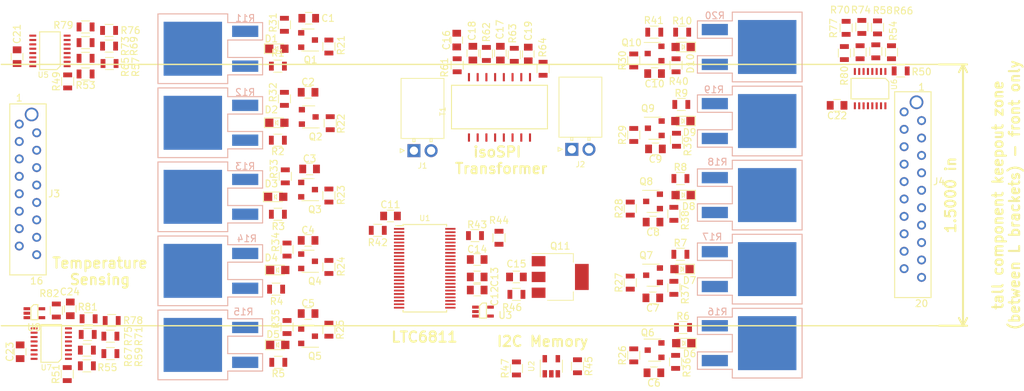
<source format=kicad_pcb>
(kicad_pcb (version 20171130) (host pcbnew "(5.0.0)")
  (layers (0 F.Cu signal) (1 In1.Cu signal) (2 In2.Cu signal) (31 B.Cu signal) (34 B.Paste user) (35 F.Paste user) (36 B.SilkS user) (37 F.SilkS user) (38 B.Mask user) (39 F.Mask user) (44 Edge.Cuts user))
  (net 0 "")
  (net 1 "Net-(C1-Pad1)")
  (net 2 "Net-(C1-Pad2)")
  (net 3 "Net-(C2-Pad2)")
  (net 4 "Net-(C3-Pad2)")
  (net 5 "Net-(C4-Pad2)")
  (net 6 "Net-(C5-Pad2)")
  (net 7 "Net-(C6-Pad2)")
  (net 8 "Net-(C7-Pad2)")
  (net 9 "Net-(C8-Pad2)")
  (net 10 "Net-(C10-Pad1)")
  (net 11 "Net-(C10-Pad2)")
  (net 12 GND)
  (net 13 "Net-(C11-Pad1)")
  (net 14 "Net-(C12-Pad1)")
  (net 15 "Net-(C13-Pad1)")
  (net 16 /VREG)
  (net 17 "Net-(C15-Pad1)")
  (net 18 "Net-(C16-Pad1)")
  (net 19 "Net-(C17-Pad1)")
  (net 20 "Net-(C18-Pad1)")
  (net 21 "Net-(C19-Pad1)")
  (net 22 /TEMP_SENSE)
  (net 23 "Net-(D1-Pad1)")
  (net 24 "Net-(D1-Pad2)")
  (net 25 "Net-(D2-Pad1)")
  (net 26 "Net-(D2-Pad2)")
  (net 27 "Net-(D3-Pad2)")
  (net 28 "Net-(D3-Pad1)")
  (net 29 "Net-(D4-Pad2)")
  (net 30 "Net-(D4-Pad1)")
  (net 31 "Net-(D5-Pad2)")
  (net 32 "Net-(D5-Pad1)")
  (net 33 "Net-(D6-Pad1)")
  (net 34 "Net-(D6-Pad2)")
  (net 35 "Net-(D7-Pad1)")
  (net 36 "Net-(D7-Pad2)")
  (net 37 "Net-(D8-Pad2)")
  (net 38 "Net-(D8-Pad1)")
  (net 39 "Net-(D9-Pad2)")
  (net 40 "Net-(D9-Pad1)")
  (net 41 "Net-(D10-Pad1)")
  (net 42 "Net-(D10-Pad2)")
  (net 43 "Net-(J1-Pad2)")
  (net 44 "Net-(J1-Pad1)")
  (net 45 "Net-(J2-Pad1)")
  (net 46 "Net-(J2-Pad2)")
  (net 47 /MODULE2_TEMP1)
  (net 48 /MODULE1_TEMP2)
  (net 49 /MODULE1_TEMP1)
  (net 50 /MODULE2_TEMP2)
  (net 51 /CELL0_VOLT)
  (net 52 /CELL1_VOLT)
  (net 53 /MODULE3_TEMP1)
  (net 54 /CELL2_VOLT)
  (net 55 /MODULE3_TEMP2)
  (net 56 /MODULE4_TEMP1)
  (net 57 /CELL3_VOLT)
  (net 58 /MODULE4_TEMP2)
  (net 59 /MODULE5_TEMP1)
  (net 60 /CELL4_VOLT)
  (net 61 /MODULE5_TEMP2)
  (net 62 /CELL6_VOLT)
  (net 63 /MODULE9_TEMP1)
  (net 64 /MODULE9_TEMP2)
  (net 65 /MODULE6_TEMP1)
  (net 66 /CELL8_VOLT)
  (net 67 /MODULE7_TEMP2)
  (net 68 /MODULE7_TEMP1)
  (net 69 /CELL5_VOLT)
  (net 70 /MODULE6_TEMP2)
  (net 71 /MODULE8_TEMP1)
  (net 72 /CELL7_VOLT)
  (net 73 /MODULE8_TEMP2)
  (net 74 /MODULE10_TEMP1)
  (net 75 /CELL9_VOLT)
  (net 76 /MODULE10_TEMP2)
  (net 77 /CELL10_VOLT)
  (net 78 /V+)
  (net 79 "Net-(J4-Pad20)")
  (net 80 "Net-(Q11-Pad1)")
  (net 81 /~DIS~10)
  (net 82 "Net-(Q1-Pad1)")
  (net 83 /~DIS~9)
  (net 84 "Net-(Q2-Pad1)")
  (net 85 /~DIS~8)
  (net 86 "Net-(Q3-Pad1)")
  (net 87 "Net-(Q4-Pad1)")
  (net 88 /~DIS~7)
  (net 89 /~DIS~6)
  (net 90 "Net-(Q5-Pad1)")
  (net 91 /~DIS~5)
  (net 92 "Net-(Q6-Pad1)")
  (net 93 "Net-(Q7-Pad1)")
  (net 94 /~DIS~4)
  (net 95 /~DIS~3)
  (net 96 "Net-(Q8-Pad1)")
  (net 97 "Net-(Q9-Pad1)")
  (net 98 /~DIS~2)
  (net 99 /~DIS~1)
  (net 100 "Net-(Q10-Pad1)")
  (net 101 "Net-(R43-Pad2)")
  (net 102 "Net-(R43-Pad1)")
  (net 103 /SDA)
  (net 104 /SCL)
  (net 105 /VREF2)
  (net 106 /IPA)
  (net 107 /IMA)
  (net 108 /IPB)
  (net 109 /IMB)
  (net 110 "Net-(R71-Pad2)")
  (net 111 "Net-(R75-Pad2)")
  (net 112 "Net-(R78-Pad2)")
  (net 113 "Net-(R81-Pad2)")
  (net 114 "Net-(R82-Pad2)")
  (net 115 "Net-(T1-Pad2)")
  (net 116 "Net-(T1-Pad7)")
  (net 117 "Net-(U1-Pad3)")
  (net 118 "Net-(U1-Pad15)")
  (net 119 "Net-(U1-Pad28)")
  (net 120 "Net-(U1-Pad29)")
  (net 121 "Net-(U1-Pad31)")
  (net 122 "Net-(U1-Pad39)")
  (net 123 "Net-(U1-Pad43)")
  (net 124 "Net-(U1-Pad44)")
  (net 125 "Net-(U5-Pad9)")
  (module footprints:SOT-23-3_OEM (layer F.Cu) (at 162.329 38.095)
    (fp_text reference Q9 (at 0 -2.9) (layer F.SilkS))
    (fp_text value BSS308PE hide)
    (pad 1 smd rect (at 0 0) (size 0.9 0.8) (layers F.Cu F.Paste F.Mask) (net 97 "Net-(Q9-Pad1)"))
    (pad 2 smd rect (at 2 1.05) (size 0.9 0.8) (layers F.Cu F.Paste F.Mask) (net 66 /CELL8_VOLT))
    (pad 3 smd rect (at 2 -1.05) (size 0.9 0.8) (layers F.Cu F.Paste F.Mask) (net 39 "Net-(D9-Pad2)"))
  )
  (module footprints:SOT-23-3_OEM (layer F.Cu) (at 162.075 48.763)
    (fp_text reference Q8 (at 0 -2.9) (layer F.SilkS))
    (fp_text value BSS308PE hide)
    (pad 3 smd rect (at 2 -1.05) (size 0.9 0.8) (layers F.Cu F.Paste F.Mask) (net 37 "Net-(D8-Pad2)"))
    (pad 2 smd rect (at 2 1.05) (size 0.9 0.8) (layers F.Cu F.Paste F.Mask) (net 72 /CELL7_VOLT))
    (pad 1 smd rect (at 0 0) (size 0.9 0.8) (layers F.Cu F.Paste F.Mask) (net 96 "Net-(Q8-Pad1)"))
  )
  (module footprints:SOT-23-3_OEM (layer F.Cu) (at 162.297 70.446)
    (fp_text reference Q6 (at 0 -2.54) (layer F.SilkS))
    (fp_text value BSS308PE hide)
    (pad 3 smd rect (at 2 -1.05) (size 0.9 0.8) (layers F.Cu F.Paste F.Mask) (net 34 "Net-(D6-Pad2)"))
    (pad 2 smd rect (at 2 1.05) (size 0.9 0.8) (layers F.Cu F.Paste F.Mask) (net 69 /CELL5_VOLT))
    (pad 1 smd rect (at 0 0) (size 0.9 0.8) (layers F.Cu F.Paste F.Mask) (net 92 "Net-(Q6-Pad1)"))
  )
  (module footprints:SOT-23-3_OEM (layer F.Cu) (at 162.297 27.2025)
    (fp_text reference Q10 (at -2.3495 -1.5875) (layer F.SilkS))
    (fp_text value BSS308PE hide)
    (pad 3 smd rect (at 2 -1.05) (size 0.9 0.8) (layers F.Cu F.Paste F.Mask) (net 42 "Net-(D10-Pad2)"))
    (pad 2 smd rect (at 2 1.05) (size 0.9 0.8) (layers F.Cu F.Paste F.Mask) (net 75 /CELL9_VOLT))
    (pad 1 smd rect (at 0 0) (size 0.9 0.8) (layers F.Cu F.Paste F.Mask) (net 100 "Net-(Q10-Pad1)"))
  )
  (module footprints:SOT-23-3_OEM (layer F.Cu) (at 113.8465 68.414 180)
    (fp_text reference Q5 (at 0 -2.9 180) (layer F.SilkS))
    (fp_text value BSS308PE hide)
    (pad 1 smd rect (at 0 0 180) (size 0.9 0.8) (layers F.Cu F.Paste F.Mask) (net 90 "Net-(Q5-Pad1)"))
    (pad 2 smd rect (at 2 1.05 180) (size 0.9 0.8) (layers F.Cu F.Paste F.Mask) (net 60 /CELL4_VOLT))
    (pad 3 smd rect (at 2 -1.05 180) (size 0.9 0.8) (layers F.Cu F.Paste F.Mask) (net 31 "Net-(D5-Pad2)"))
  )
  (module footprints:SOT-23-3_OEM (layer F.Cu) (at 162.075 59.524)
    (fp_text reference Q7 (at 0 -2.9) (layer F.SilkS))
    (fp_text value BSS308PE hide)
    (pad 1 smd rect (at 0 0) (size 0.9 0.8) (layers F.Cu F.Paste F.Mask) (net 93 "Net-(Q7-Pad1)"))
    (pad 2 smd rect (at 2 1.05) (size 0.9 0.8) (layers F.Cu F.Paste F.Mask) (net 62 /CELL6_VOLT))
    (pad 3 smd rect (at 2 -1.05) (size 0.9 0.8) (layers F.Cu F.Paste F.Mask) (net 36 "Net-(D7-Pad2)"))
  )
  (module footprints:SOT-23-3_OEM (layer F.Cu) (at 113.9415 36.444 180)
    (fp_text reference Q2 (at 0 -2.9 180) (layer F.SilkS))
    (fp_text value BSS308PE hide)
    (pad 3 smd rect (at 2 -1.05 180) (size 0.9 0.8) (layers F.Cu F.Paste F.Mask) (net 26 "Net-(D2-Pad2)"))
    (pad 2 smd rect (at 2 1.05 180) (size 0.9 0.8) (layers F.Cu F.Paste F.Mask) (net 52 /CELL1_VOLT))
    (pad 1 smd rect (at 0 0 180) (size 0.9 0.8) (layers F.Cu F.Paste F.Mask) (net 84 "Net-(Q2-Pad1)"))
  )
  (module footprints:SOT-23-3_OEM (layer F.Cu) (at 113.8465 25.234 180)
    (fp_text reference Q1 (at 0.635 -2.9 180) (layer F.SilkS))
    (fp_text value BSS308PE hide)
    (pad 1 smd rect (at 0 0 180) (size 0.9 0.8) (layers F.Cu F.Paste F.Mask) (net 82 "Net-(Q1-Pad1)"))
    (pad 2 smd rect (at 2 1.05 180) (size 0.9 0.8) (layers F.Cu F.Paste F.Mask) (net 51 /CELL0_VOLT))
    (pad 3 smd rect (at 2 -1.05 180) (size 0.9 0.8) (layers F.Cu F.Paste F.Mask) (net 24 "Net-(D1-Pad2)"))
  )
  (module footprints:SOT-23-3_OEM (layer F.Cu) (at 113.8465 57.492 180)
    (fp_text reference Q4 (at 0 -2.9 180) (layer F.SilkS))
    (fp_text value BSS308PE hide)
    (pad 3 smd rect (at 2 -1.05 180) (size 0.9 0.8) (layers F.Cu F.Paste F.Mask) (net 29 "Net-(D4-Pad2)"))
    (pad 2 smd rect (at 2 1.05 180) (size 0.9 0.8) (layers F.Cu F.Paste F.Mask) (net 57 /CELL3_VOLT))
    (pad 1 smd rect (at 0 0 180) (size 0.9 0.8) (layers F.Cu F.Paste F.Mask) (net 87 "Net-(Q4-Pad1)"))
  )
  (module footprints:SOT-23-3_OEM (layer F.Cu) (at 113.8465 47.044 180)
    (fp_text reference Q3 (at 0 -2.9 180) (layer F.SilkS))
    (fp_text value BSS308PE hide)
    (pad 1 smd rect (at 0 0 180) (size 0.9 0.8) (layers F.Cu F.Paste F.Mask) (net 86 "Net-(Q3-Pad1)"))
    (pad 2 smd rect (at 2 1.05 180) (size 0.9 0.8) (layers F.Cu F.Paste F.Mask) (net 54 /CELL2_VOLT))
    (pad 3 smd rect (at 2 -1.05 180) (size 0.9 0.8) (layers F.Cu F.Paste F.Mask) (net 27 "Net-(D3-Pad2)"))
  )
  (module footprints:C_0805_OEM (layer F.Cu) (at 112.9415 22.059)
    (fp_text reference C1 (at 2.81 0) (layer F.SilkS))
    (fp_text value C_10nF hide)
    (pad 1 smd rect (at -1 0) (size 1 1.25) (layers F.Cu F.Paste F.Mask) (net 1 "Net-(C1-Pad1)"))
    (pad 2 smd rect (at 1 0) (size 1 1.25) (layers F.Cu F.Paste F.Mask) (net 2 "Net-(C1-Pad2)"))
  )
  (module footprints:C_0805_OEM (layer F.Cu) (at 112.8465 32.854)
    (fp_text reference C2 (at 0 -1.5) (layer F.SilkS))
    (fp_text value C_10nF hide)
    (pad 1 smd rect (at -1 0) (size 1 1.25) (layers F.Cu F.Paste F.Mask) (net 2 "Net-(C1-Pad2)"))
    (pad 2 smd rect (at 1 0) (size 1 1.25) (layers F.Cu F.Paste F.Mask) (net 3 "Net-(C2-Pad2)"))
  )
  (module footprints:C_0805_OEM (layer F.Cu) (at 113.0685 44.03)
    (fp_text reference C3 (at 0 -1.5) (layer F.SilkS))
    (fp_text value C_10nF hide)
    (pad 1 smd rect (at -1 0) (size 1 1.25) (layers F.Cu F.Paste F.Mask) (net 3 "Net-(C2-Pad2)"))
    (pad 2 smd rect (at 1 0) (size 1 1.25) (layers F.Cu F.Paste F.Mask) (net 4 "Net-(C3-Pad2)"))
  )
  (module footprints:C_0805_OEM (layer F.Cu) (at 112.8465 54.444)
    (fp_text reference C4 (at 0 -1.5) (layer F.SilkS))
    (fp_text value C_10nF hide)
    (pad 2 smd rect (at 1 0) (size 1 1.25) (layers F.Cu F.Paste F.Mask) (net 5 "Net-(C4-Pad2)"))
    (pad 1 smd rect (at -1 0) (size 1 1.25) (layers F.Cu F.Paste F.Mask) (net 4 "Net-(C3-Pad2)"))
  )
  (module footprints:C_0805_OEM (layer F.Cu) (at 112.8465 65.112)
    (fp_text reference C5 (at 0 -1.5) (layer F.SilkS))
    (fp_text value C_10nF hide)
    (pad 1 smd rect (at -1 0) (size 1 1.25) (layers F.Cu F.Paste F.Mask) (net 5 "Net-(C4-Pad2)"))
    (pad 2 smd rect (at 1 0) (size 1 1.25) (layers F.Cu F.Paste F.Mask) (net 6 "Net-(C5-Pad2)"))
  )
  (module footprints:C_0805_OEM (layer F.Cu) (at 163.202 73.748 180)
    (fp_text reference C6 (at 0 -1.5 180) (layer F.SilkS))
    (fp_text value C_10nF hide)
    (pad 2 smd rect (at 1 0 180) (size 1 1.25) (layers F.Cu F.Paste F.Mask) (net 7 "Net-(C6-Pad2)"))
    (pad 1 smd rect (at -1 0 180) (size 1 1.25) (layers F.Cu F.Paste F.Mask) (net 6 "Net-(C5-Pad2)"))
  )
  (module footprints:C_0805_OEM (layer F.Cu) (at 163.043 62.826 180)
    (fp_text reference C7 (at 0 -1.5 180) (layer F.SilkS))
    (fp_text value C_10nF hide)
    (pad 1 smd rect (at -1 0 180) (size 1 1.25) (layers F.Cu F.Paste F.Mask) (net 7 "Net-(C6-Pad2)"))
    (pad 2 smd rect (at 1 0 180) (size 1 1.25) (layers F.Cu F.Paste F.Mask) (net 8 "Net-(C7-Pad2)"))
  )
  (module footprints:C_0805_OEM (layer F.Cu) (at 163.075 51.777 180)
    (fp_text reference C8 (at 0 -1.5 180) (layer F.SilkS))
    (fp_text value C_10nF hide)
    (pad 2 smd rect (at 1 0 180) (size 1 1.25) (layers F.Cu F.Paste F.Mask) (net 9 "Net-(C8-Pad2)"))
    (pad 1 smd rect (at -1 0 180) (size 1 1.25) (layers F.Cu F.Paste F.Mask) (net 8 "Net-(C7-Pad2)"))
  )
  (module footprints:C_0805_OEM (layer F.Cu) (at 163.424 41.109 180)
    (fp_text reference C9 (at 0 -1.5 180) (layer F.SilkS))
    (fp_text value C_10nF hide)
    (pad 2 smd rect (at 1 0 180) (size 1 1.25) (layers F.Cu F.Paste F.Mask) (net 10 "Net-(C10-Pad1)"))
    (pad 1 smd rect (at -1 0 180) (size 1 1.25) (layers F.Cu F.Paste F.Mask) (net 9 "Net-(C8-Pad2)"))
  )
  (module footprints:C_0805_OEM (layer F.Cu) (at 163.297 30.1235 180)
    (fp_text reference C10 (at 0 -1.5 180) (layer F.SilkS))
    (fp_text value C_10nF hide)
    (pad 1 smd rect (at -1 0 180) (size 1 1.25) (layers F.Cu F.Paste F.Mask) (net 10 "Net-(C10-Pad1)"))
    (pad 2 smd rect (at 1 0 180) (size 1 1.25) (layers F.Cu F.Paste F.Mask) (net 11 "Net-(C10-Pad2)"))
  )
  (module footprints:C_0805_OEM (layer F.Cu) (at 124.848 50.888 180)
    (fp_text reference C11 (at 0.016 1.651 180) (layer F.SilkS))
    (fp_text value C_0.1uF hide)
    (pad 2 smd rect (at 1 0 180) (size 1 1.25) (layers F.Cu F.Paste F.Mask) (net 12 GND))
    (pad 1 smd rect (at -1 0 180) (size 1 1.25) (layers F.Cu F.Paste F.Mask) (net 13 "Net-(C11-Pad1)"))
  )
  (module footprints:C_0805_OEM (layer F.Cu) (at 137.4685 61.683)
    (fp_text reference C12 (at 2.54 0.889 90) (layer F.SilkS))
    (fp_text value 1uF hide)
    (pad 2 smd rect (at 1 0) (size 1 1.25) (layers F.Cu F.Paste F.Mask) (net 12 GND))
    (pad 1 smd rect (at -1 0) (size 1 1.25) (layers F.Cu F.Paste F.Mask) (net 14 "Net-(C12-Pad1)"))
  )
  (module footprints:C_0805_OEM (layer F.Cu) (at 137.4685 59.778)
    (fp_text reference C13 (at 2.54 0 270) (layer F.SilkS))
    (fp_text value 1uF hide)
    (pad 1 smd rect (at -1 0) (size 1 1.25) (layers F.Cu F.Paste F.Mask) (net 15 "Net-(C13-Pad1)"))
    (pad 2 smd rect (at 1 0) (size 1 1.25) (layers F.Cu F.Paste F.Mask) (net 12 GND))
  )
  (module footprints:C_0805_OEM (layer F.Cu) (at 137.4685 57.238)
    (fp_text reference C14 (at 0 -1.5) (layer F.SilkS))
    (fp_text value 1uF hide)
    (pad 1 smd rect (at -1 0) (size 1 1.25) (layers F.Cu F.Paste F.Mask) (net 16 /VREG))
    (pad 2 smd rect (at 1 0) (size 1 1.25) (layers F.Cu F.Paste F.Mask) (net 12 GND))
  )
  (module footprints:C_0805_OEM (layer F.Cu) (at 143.1835 59.778 180)
    (fp_text reference C15 (at 0 1.905 180) (layer F.SilkS))
    (fp_text value C_0.1uF hide)
    (pad 1 smd rect (at -1 0 180) (size 1 1.25) (layers F.Cu F.Paste F.Mask) (net 17 "Net-(C15-Pad1)"))
    (pad 2 smd rect (at 1 0 180) (size 1 1.25) (layers F.Cu F.Paste F.Mask) (net 12 GND))
  )
  (module footprints:C_0805_OEM (layer F.Cu) (at 134.492043 25.244823 90)
    (fp_text reference C16 (at 0 -1.5 90) (layer F.SilkS))
    (fp_text value C_10nF hide)
    (pad 2 smd rect (at 1 0 90) (size 1 1.25) (layers F.Cu F.Paste F.Mask) (net 12 GND))
    (pad 1 smd rect (at -1 0 90) (size 1 1.25) (layers F.Cu F.Paste F.Mask) (net 18 "Net-(C16-Pad1)"))
  )
  (module footprints:C_0805_OEM (layer F.Cu) (at 140.842043 27.149823 90)
    (fp_text reference C17 (at 3.445 -0.0635 90) (layer F.SilkS))
    (fp_text value C_10nF hide)
    (pad 2 smd rect (at 1 0 90) (size 1 1.25) (layers F.Cu F.Paste F.Mask) (net 12 GND))
    (pad 1 smd rect (at -1 0 90) (size 1 1.25) (layers F.Cu F.Paste F.Mask) (net 19 "Net-(C17-Pad1)"))
  )
  (module footprints:C_0805_OEM (layer F.Cu) (at 136.841543 27.149823 90)
    (fp_text reference C18 (at 3.2545 -0.127 90) (layer F.SilkS))
    (fp_text value C_10nF hide)
    (pad 1 smd rect (at -1 0 90) (size 1 1.25) (layers F.Cu F.Paste F.Mask) (net 20 "Net-(C18-Pad1)"))
    (pad 2 smd rect (at 1 0 90) (size 1 1.25) (layers F.Cu F.Paste F.Mask) (net 12 GND))
  )
  (module footprints:C_0805_OEM (layer F.Cu) (at 144.906043 27.276823 90)
    (fp_text reference C19 (at 3.3815 0 90) (layer F.SilkS))
    (fp_text value C_10nF hide)
    (pad 2 smd rect (at 1 0 90) (size 1 1.25) (layers F.Cu F.Paste F.Mask) (net 12 GND))
    (pad 1 smd rect (at -1 0 90) (size 1 1.25) (layers F.Cu F.Paste F.Mask) (net 21 "Net-(C19-Pad1)"))
  )
  (module footprints:C_0805_OEM (layer F.Cu) (at 70.476 27.663 90)
    (fp_text reference C21 (at 3.318 0 90) (layer F.SilkS))
    (fp_text value C_1uF hide)
    (pad 1 smd rect (at -1 0 90) (size 1 1.25) (layers F.Cu F.Paste F.Mask) (net 16 /VREG))
    (pad 2 smd rect (at 1 0 90) (size 1 1.25) (layers F.Cu F.Paste F.Mask) (net 12 GND))
  )
  (module footprints:C_0805_OEM (layer F.Cu) (at 189.872 34.759 180)
    (fp_text reference C22 (at 0 -1.5 180) (layer F.SilkS))
    (fp_text value C_1uF hide)
    (pad 2 smd rect (at 1 0 180) (size 1 1.25) (layers F.Cu F.Paste F.Mask) (net 12 GND))
    (pad 1 smd rect (at -1 0 180) (size 1 1.25) (layers F.Cu F.Paste F.Mask) (net 16 /VREG))
  )
  (module footprints:C_0805_OEM (layer F.Cu) (at 70.9205 70.684 90)
    (fp_text reference C23 (at 0 -1.5 90) (layer F.SilkS))
    (fp_text value C_1uF hide)
    (pad 1 smd rect (at -1 0 90) (size 1 1.25) (layers F.Cu F.Paste F.Mask) (net 16 /VREG))
    (pad 2 smd rect (at 1 0 90) (size 1 1.25) (layers F.Cu F.Paste F.Mask) (net 12 GND))
  )
  (module footprints:C_0805_OEM (layer F.Cu) (at 78.223 64.4295 90)
    (fp_text reference C24 (at 2.4925 -0.0635 180) (layer F.SilkS))
    (fp_text value C_10nF hide)
    (pad 2 smd rect (at 1 0 90) (size 1 1.25) (layers F.Cu F.Paste F.Mask) (net 12 GND))
    (pad 1 smd rect (at -1 0 90) (size 1 1.25) (layers F.Cu F.Paste F.Mask) (net 22 /TEMP_SENSE))
  )
  (module footprints:LED_0805_OEM (layer F.Cu) (at 108.3015 26.504)
    (fp_text reference D1 (at -0.805 -1.45) (layer F.SilkS))
    (fp_text value LED_0805 hide)
    (pad 1 smd rect (at -1.1 0 180) (size 1.2 1.2) (layers F.Cu F.Paste F.Mask) (net 23 "Net-(D1-Pad1)"))
    (pad 2 smd rect (at 1.1 0 180) (size 1.2 1.2) (layers F.Cu F.Paste F.Mask) (net 24 "Net-(D1-Pad2)"))
  )
  (module footprints:LED_0805_OEM (layer F.Cu) (at 108.3015 37.299)
    (fp_text reference D2 (at -0.805 -1.905) (layer F.SilkS))
    (fp_text value LED_0805 hide)
    (pad 1 smd rect (at -1.1 0 180) (size 1.2 1.2) (layers F.Cu F.Paste F.Mask) (net 25 "Net-(D2-Pad1)"))
    (pad 2 smd rect (at 1.1 0 180) (size 1.2 1.2) (layers F.Cu F.Paste F.Mask) (net 26 "Net-(D2-Pad2)"))
  )
  (module footprints:LED_0805_OEM (layer F.Cu) (at 108.1315 48.094)
    (fp_text reference D3 (at -0.635 -1.905) (layer F.SilkS))
    (fp_text value LED_0805 hide)
    (pad 2 smd rect (at 1.1 0 180) (size 1.2 1.2) (layers F.Cu F.Paste F.Mask) (net 27 "Net-(D3-Pad2)"))
    (pad 1 smd rect (at -1.1 0 180) (size 1.2 1.2) (layers F.Cu F.Paste F.Mask) (net 28 "Net-(D3-Pad1)"))
  )
  (module footprints:LED_0805_OEM (layer F.Cu) (at 108.4285 58.762)
    (fp_text reference D4 (at -0.932 -1.778) (layer F.SilkS))
    (fp_text value LED_0805 hide)
    (pad 2 smd rect (at 1.1 0 180) (size 1.2 1.2) (layers F.Cu F.Paste F.Mask) (net 29 "Net-(D4-Pad2)"))
    (pad 1 smd rect (at -1.1 0 180) (size 1.2 1.2) (layers F.Cu F.Paste F.Mask) (net 30 "Net-(D4-Pad1)"))
  )
  (module footprints:LED_0805_OEM (layer F.Cu) (at 108.4285 69.684)
    (fp_text reference D5 (at -0.678 -1.524) (layer F.SilkS))
    (fp_text value LED_0805 hide)
    (pad 2 smd rect (at 1.1 0 180) (size 1.2 1.2) (layers F.Cu F.Paste F.Mask) (net 31 "Net-(D5-Pad2)"))
    (pad 1 smd rect (at -1.1 0 180) (size 1.2 1.2) (layers F.Cu F.Paste F.Mask) (net 32 "Net-(D5-Pad1)"))
  )
  (module footprints:LED_0805_OEM (layer F.Cu) (at 167.547 69.43 180)
    (fp_text reference D6 (at -0.846 -1.524 180) (layer F.SilkS))
    (fp_text value LED_0805 hide)
    (pad 1 smd rect (at -1.1 0) (size 1.2 1.2) (layers F.Cu F.Paste F.Mask) (net 33 "Net-(D6-Pad1)"))
    (pad 2 smd rect (at 1.1 0) (size 1.2 1.2) (layers F.Cu F.Paste F.Mask) (net 34 "Net-(D6-Pad2)"))
  )
  (module footprints:LED_0805_OEM (layer F.Cu) (at 167.293 58.635 180)
    (fp_text reference D7 (at -1.1 -1.651 180) (layer F.SilkS))
    (fp_text value LED_0805 hide)
    (pad 1 smd rect (at -1.1 0) (size 1.2 1.2) (layers F.Cu F.Paste F.Mask) (net 35 "Net-(D7-Pad1)"))
    (pad 2 smd rect (at 1.1 0) (size 1.2 1.2) (layers F.Cu F.Paste F.Mask) (net 36 "Net-(D7-Pad2)"))
  )
  (module footprints:LED_0805_OEM (layer F.Cu) (at 167.461 47.84 180)
    (fp_text reference D8 (at -0.805 -1.651 180) (layer F.SilkS))
    (fp_text value LED_0805 hide)
    (pad 2 smd rect (at 1.1 0) (size 1.2 1.2) (layers F.Cu F.Paste F.Mask) (net 37 "Net-(D8-Pad2)"))
    (pad 1 smd rect (at -1.1 0) (size 1.2 1.2) (layers F.Cu F.Paste F.Mask) (net 38 "Net-(D8-Pad1)"))
  )
  (module footprints:LED_0805_OEM (layer F.Cu) (at 167.42 37.045 180)
    (fp_text reference D9 (at -0.973 -1.651 180) (layer F.SilkS))
    (fp_text value LED_0805 hide)
    (pad 2 smd rect (at 1.1 0) (size 1.2 1.2) (layers F.Cu F.Paste F.Mask) (net 39 "Net-(D9-Pad2)"))
    (pad 1 smd rect (at -1.1 0) (size 1.2 1.2) (layers F.Cu F.Paste F.Mask) (net 40 "Net-(D9-Pad1)"))
  )
  (module footprints:LED_0805_OEM (layer F.Cu) (at 167.461 26.25 180)
    (fp_text reference D10 (at -1.059 -2.413 270) (layer F.SilkS))
    (fp_text value LED_0805 hide)
    (pad 1 smd rect (at -1.1 0) (size 1.2 1.2) (layers F.Cu F.Paste F.Mask) (net 41 "Net-(D10-Pad1)"))
    (pad 2 smd rect (at 1.1 0) (size 1.2 1.2) (layers F.Cu F.Paste F.Mask) (net 42 "Net-(D10-Pad2)"))
  )
  (module footprints:NanoFit_Molex_1x02x2.50mm_Angled_OEM (layer F.Cu) (at 128.261 41.363)
    (fp_text reference J1 (at 1.25 2.2) (layer F.SilkS) (effects (font (size 0.8 0.8) (thickness 0.12))))
    (fp_text value NanoFit_2 hide)
    (pad "" np_thru_hole circle (at 2.5 -7.18) (size 1.6 1.6) (drill 1.6) (layers *.Cu *.Mask))
    (pad "" np_thru_hole circle (at 0 -7.18) (size 1.6 1.6) (drill 1.6) (layers *.Cu *.Mask))
    (pad 2 thru_hole circle (at 2.5 0) (size 1.9 1.9) (drill 1.2) (layers *.Cu *.Mask) (net 43 "Net-(J1-Pad2)"))
    (pad 1 thru_hole rect (at 0 0) (size 1.9 1.9) (drill 1.2) (layers *.Cu *.Mask) (net 44 "Net-(J1-Pad1)"))
  )
  (module footprints:NanoFit_Molex_1x02x2.50mm_Angled_OEM (layer F.Cu) (at 151.248 41.1725)
    (fp_text reference J2 (at 1.25 2.2) (layer F.SilkS) (effects (font (size 0.8 0.8) (thickness 0.12))))
    (fp_text value NanoFit_2 hide)
    (pad 1 thru_hole rect (at 0 0) (size 1.9 1.9) (drill 1.2) (layers *.Cu *.Mask) (net 45 "Net-(J2-Pad1)"))
    (pad 2 thru_hole circle (at 2.5 0) (size 1.9 1.9) (drill 1.2) (layers *.Cu *.Mask) (net 46 "Net-(J2-Pad2)"))
    (pad "" np_thru_hole circle (at 0 -7.18) (size 1.6 1.6) (drill 1.6) (layers *.Cu *.Mask))
    (pad "" np_thru_hole circle (at 2.5 -7.18) (size 1.6 1.6) (drill 1.6) (layers *.Cu *.Mask))
  )
  (module footprints:micromatch_female_vert_16 (layer F.Cu) (at 70.7935 42.5695)
    (fp_text reference J3 (at 5.08 5.08) (layer F.SilkS))
    (fp_text value MM_F_VT_16 hide)
    (fp_text user 16 (at 2.54 17.78) (layer F.SilkS))
    (fp_text user 1 (at 0 -8.89) (layer F.SilkS))
    (pad 5 thru_hole circle (at 0 0) (size 1.3 1.3) (drill 0.8) (layers *.Cu *.Mask) (net 47 /MODULE2_TEMP1))
    (pad 3 thru_hole circle (at 0 -2.54) (size 1.3 1.3) (drill 0.8) (layers *.Cu *.Mask) (net 48 /MODULE1_TEMP2))
    (pad 1 thru_hole circle (at 0 -5.08) (size 1.3 1.3) (drill 0.8) (layers *.Cu *.Mask) (net 49 /MODULE1_TEMP1))
    (pad 7 thru_hole circle (at 0 2.54) (size 1.3 1.3) (drill 0.8) (layers *.Cu *.Mask) (net 50 /MODULE2_TEMP2))
    (pad 2 thru_hole circle (at 2.54 -3.81) (size 1.3 1.3) (drill 0.8) (layers *.Cu *.Mask) (net 51 /CELL0_VOLT))
    (pad 4 thru_hole circle (at 2.54 -1.27) (size 1.3 1.3) (drill 0.8) (layers *.Cu *.Mask) (net 12 GND))
    (pad 6 thru_hole circle (at 2.54 1.27) (size 1.3 1.3) (drill 0.8) (layers *.Cu *.Mask) (net 52 /CELL1_VOLT))
    (pad 8 thru_hole circle (at 2.54 3.81) (size 1.3 1.3) (drill 0.8) (layers *.Cu *.Mask) (net 53 /MODULE3_TEMP1))
    (pad 9 thru_hole circle (at 0 5.08) (size 1.3 1.3) (drill 0.8) (layers *.Cu *.Mask) (net 54 /CELL2_VOLT))
    (pad 10 thru_hole circle (at 2.54 6.35) (size 1.3 1.3) (drill 0.8) (layers *.Cu *.Mask) (net 55 /MODULE3_TEMP2))
    (pad 11 thru_hole circle (at 0 7.62) (size 1.3 1.3) (drill 0.8) (layers *.Cu *.Mask) (net 56 /MODULE4_TEMP1))
    (pad 12 thru_hole circle (at 2.54 8.89) (size 1.3 1.3) (drill 0.8) (layers *.Cu *.Mask) (net 57 /CELL3_VOLT))
    (pad 13 thru_hole circle (at 0 10.16) (size 1.3 1.3) (drill 0.8) (layers *.Cu *.Mask) (net 58 /MODULE4_TEMP2))
    (pad 14 thru_hole circle (at 2.54 11.43) (size 1.3 1.3) (drill 0.8) (layers *.Cu *.Mask) (net 59 /MODULE5_TEMP1))
    (pad 15 thru_hole circle (at 0 12.7) (size 1.3 1.3) (drill 0.8) (layers *.Cu *.Mask) (net 60 /CELL4_VOLT))
    (pad 16 thru_hole circle (at 2.54 13.97) (size 1.3 1.3) (drill 0.8) (layers *.Cu *.Mask) (net 61 /MODULE5_TEMP2))
    (pad 17 thru_hole circle (at 1.8 -6.48) (size 2 2) (drill 1.5) (layers *.Cu *.Mask))
  )
  (module footprints:micromatch_female_vert_20 (layer F.Cu) (at 199.635 40.7915)
    (fp_text reference J4 (at 5.08 5.08) (layer F.SilkS))
    (fp_text value MM_F_VT_20 hide)
    (fp_text user 20 (at 2.54 22.86) (layer F.SilkS))
    (fp_text user 1 (at 2.54 -8.6995) (layer F.SilkS))
    (pad 5 thru_hole circle (at 0 0) (size 1.3 1.3) (drill 0.8) (layers *.Cu *.Mask) (net 62 /CELL6_VOLT))
    (pad 3 thru_hole circle (at 0 -2.54) (size 1.3 1.3) (drill 0.8) (layers *.Cu *.Mask) (net 63 /MODULE9_TEMP1))
    (pad 1 thru_hole circle (at 0 -5.08) (size 1.3 1.3) (drill 0.8) (layers *.Cu *.Mask) (net 64 /MODULE9_TEMP2))
    (pad 7 thru_hole circle (at 0 2.54) (size 1.3 1.3) (drill 0.8) (layers *.Cu *.Mask) (net 65 /MODULE6_TEMP1))
    (pad 2 thru_hole circle (at 2.54 -3.81) (size 1.3 1.3) (drill 0.8) (layers *.Cu *.Mask) (net 66 /CELL8_VOLT))
    (pad 4 thru_hole circle (at 2.54 -1.27) (size 1.3 1.3) (drill 0.8) (layers *.Cu *.Mask) (net 67 /MODULE7_TEMP2))
    (pad 6 thru_hole circle (at 2.54 1.27) (size 1.3 1.3) (drill 0.8) (layers *.Cu *.Mask) (net 68 /MODULE7_TEMP1))
    (pad 8 thru_hole circle (at 2.54 3.81) (size 1.3 1.3) (drill 0.8) (layers *.Cu *.Mask) (net 69 /CELL5_VOLT))
    (pad 9 thru_hole circle (at 0 5.08) (size 1.3 1.3) (drill 0.8) (layers *.Cu *.Mask) (net 70 /MODULE6_TEMP2))
    (pad 10 thru_hole circle (at 2.54 6.35) (size 1.3 1.3) (drill 0.8) (layers *.Cu *.Mask) (net 71 /MODULE8_TEMP1))
    (pad 11 thru_hole circle (at 0 7.62) (size 1.3 1.3) (drill 0.8) (layers *.Cu *.Mask) (net 72 /CELL7_VOLT))
    (pad 12 thru_hole circle (at 2.54 8.89) (size 1.3 1.3) (drill 0.8) (layers *.Cu *.Mask) (net 73 /MODULE8_TEMP2))
    (pad 13 thru_hole circle (at 0 10.16) (size 1.3 1.3) (drill 0.8) (layers *.Cu *.Mask) (net 74 /MODULE10_TEMP1))
    (pad 14 thru_hole circle (at 2.54 11.43) (size 1.3 1.3) (drill 0.8) (layers *.Cu *.Mask) (net 75 /CELL9_VOLT))
    (pad 15 thru_hole circle (at 0 12.7) (size 1.3 1.3) (drill 0.8) (layers *.Cu *.Mask) (net 76 /MODULE10_TEMP2))
    (pad 16 thru_hole circle (at 2.54 13.97) (size 1.3 1.3) (drill 0.8) (layers *.Cu *.Mask) (net 77 /CELL10_VOLT))
    (pad 17 thru_hole circle (at 0 15.24) (size 1.3 1.3) (drill 0.8) (layers *.Cu *.Mask) (net 78 /V+))
    (pad 18 thru_hole circle (at 2.54 16.51) (size 1.3 1.3) (drill 0.8) (layers *.Cu *.Mask) (net 16 /VREG))
    (pad 19 thru_hole circle (at 0 17.78) (size 1.3 1.3) (drill 0.8) (layers *.Cu *.Mask) (net 12 GND))
    (pad 20 thru_hole circle (at 2.54 19.05) (size 1.3 1.3) (drill 0.8) (layers *.Cu *.Mask) (net 79 "Net-(J4-Pad20)"))
    (pad 21 thru_hole circle (at 1.8 -6.48) (size 2 2) (drill 1.5) (layers *.Cu *.Mask))
  )
  (module footprints:SOT-223 (layer F.Cu) (at 149.5585 59.778)
    (fp_text reference Q11 (at 0 -4.5) (layer F.SilkS))
    (fp_text value NSS1C201MZ4)
    (pad 4 smd rect (at 3.15 0) (size 2 3.8) (layers F.Cu F.Paste F.Mask))
    (pad 2 smd rect (at -3.15 0) (size 2 1.5) (layers F.Cu F.Paste F.Mask) (net 17 "Net-(C15-Pad1)"))
    (pad 3 smd rect (at -3.15 2.3) (size 2 1.5) (layers F.Cu F.Paste F.Mask) (net 16 /VREG))
    (pad 1 smd rect (at -3.15 -2.3) (size 2 1.5) (layers F.Cu F.Paste F.Mask) (net 80 "Net-(Q11-Pad1)"))
  )
  (module footprints:R_0805_OEM (layer F.Cu) (at 108.4515 29.044 180)
    (fp_text reference R1 (at 0 1.905 180) (layer F.SilkS))
    (fp_text value R_475 hide)
    (pad 2 smd rect (at 0.95 0 180) (size 0.7 1.3) (layers F.Cu F.Paste F.Mask) (net 52 /CELL1_VOLT))
    (pad 1 smd rect (at -0.95 0 180) (size 0.7 1.3) (layers F.Cu F.Paste F.Mask) (net 23 "Net-(D1-Pad1)"))
  )
  (module footprints:R_0805_OEM (layer F.Cu) (at 108.4465 39.839 180)
    (fp_text reference R2 (at 0 -1.65 180) (layer F.SilkS))
    (fp_text value R_475 hide)
    (pad 2 smd rect (at 0.95 0 180) (size 0.7 1.3) (layers F.Cu F.Paste F.Mask) (net 54 /CELL2_VOLT))
    (pad 1 smd rect (at -0.95 0 180) (size 0.7 1.3) (layers F.Cu F.Paste F.Mask) (net 25 "Net-(D2-Pad1)"))
  )
  (module footprints:R_0805_OEM (layer F.Cu) (at 108.4515 50.634 180)
    (fp_text reference R3 (at -0.061 -1.778 180) (layer F.SilkS))
    (fp_text value R_475 hide)
    (pad 1 smd rect (at -0.95 0 180) (size 0.7 1.3) (layers F.Cu F.Paste F.Mask) (net 28 "Net-(D3-Pad1)"))
    (pad 2 smd rect (at 0.95 0 180) (size 0.7 1.3) (layers F.Cu F.Paste F.Mask) (net 57 /CELL3_VOLT))
  )
  (module footprints:R_0805_OEM (layer F.Cu) (at 108.1925 61.556 180)
    (fp_text reference R4 (at -0.066 -1.778 180) (layer F.SilkS))
    (fp_text value R_475 hide)
    (pad 1 smd rect (at -0.95 0 180) (size 0.7 1.3) (layers F.Cu F.Paste F.Mask) (net 30 "Net-(D4-Pad1)"))
    (pad 2 smd rect (at 0.95 0 180) (size 0.7 1.3) (layers F.Cu F.Paste F.Mask) (net 60 /CELL4_VOLT))
  )
  (module footprints:R_0805_OEM (layer F.Cu) (at 108.5125 72.224 180)
    (fp_text reference R5 (at 0 -1.65 180) (layer F.SilkS))
    (fp_text value R_475 hide)
    (pad 2 smd rect (at 0.95 0 180) (size 0.7 1.3) (layers F.Cu F.Paste F.Mask) (net 69 /CELL5_VOLT))
    (pad 1 smd rect (at -0.95 0 180) (size 0.7 1.3) (layers F.Cu F.Paste F.Mask) (net 32 "Net-(D5-Pad1)"))
  )
  (module footprints:R_0805_OEM (layer F.Cu) (at 167.443 67.144)
    (fp_text reference R6 (at 0 -1.65) (layer F.SilkS))
    (fp_text value R_475 hide)
    (pad 2 smd rect (at 0.95 0) (size 0.7 1.3) (layers F.Cu F.Paste F.Mask) (net 62 /CELL6_VOLT))
    (pad 1 smd rect (at -0.95 0) (size 0.7 1.3) (layers F.Cu F.Paste F.Mask) (net 33 "Net-(D6-Pad1)"))
  )
  (module footprints:R_0805_OEM (layer F.Cu) (at 167.057 56.476)
    (fp_text reference R7 (at 0 -1.65) (layer F.SilkS))
    (fp_text value R_475 hide)
    (pad 1 smd rect (at -0.95 0) (size 0.7 1.3) (layers F.Cu F.Paste F.Mask) (net 35 "Net-(D7-Pad1)"))
    (pad 2 smd rect (at 0.95 0) (size 0.7 1.3) (layers F.Cu F.Paste F.Mask) (net 72 /CELL7_VOLT))
  )
  (module footprints:R_0805_OEM (layer F.Cu) (at 167.062 45.427)
    (fp_text reference R8 (at 0 -1.65) (layer F.SilkS))
    (fp_text value R_475 hide)
    (pad 2 smd rect (at 0.95 0) (size 0.7 1.3) (layers F.Cu F.Paste F.Mask) (net 66 /CELL8_VOLT))
    (pad 1 smd rect (at -0.95 0) (size 0.7 1.3) (layers F.Cu F.Paste F.Mask) (net 38 "Net-(D8-Pad1)"))
  )
  (module footprints:R_0805_OEM (layer F.Cu) (at 167.189 34.632)
    (fp_text reference R9 (at 0 -1.65) (layer F.SilkS))
    (fp_text value R_475 hide)
    (pad 1 smd rect (at -0.95 0) (size 0.7 1.3) (layers F.Cu F.Paste F.Mask) (net 40 "Net-(D9-Pad1)"))
    (pad 2 smd rect (at 0.95 0) (size 0.7 1.3) (layers F.Cu F.Paste F.Mask) (net 75 /CELL9_VOLT))
  )
  (module footprints:R_0805_OEM (layer F.Cu) (at 167.316 24.091)
    (fp_text reference R10 (at 0 -1.65) (layer F.SilkS))
    (fp_text value R_475 hide)
    (pad 2 smd rect (at 0.95 0) (size 0.7 1.3) (layers F.Cu F.Paste F.Mask) (net 77 /CELL10_VOLT))
    (pad 1 smd rect (at -0.95 0) (size 0.7 1.3) (layers F.Cu F.Paste F.Mask) (net 41 "Net-(D10-Pad1)"))
  )
  (module footprints:PWR163 (layer B.Cu) (at 96.0665 26.504 270)
    (fp_text reference R11 (at -4.445 -7.62) (layer B.SilkS) (effects (justify mirror)))
    (fp_text value PWR163S-25-27R0F hide)
    (pad 3 smd rect (at -2.54 -7.625 270) (size 1.65 3.81) (layers B.Cu B.Paste B.Mask))
    (pad 2 smd rect (at 2.54 -7.625 270) (size 1.65 3.81) (layers B.Cu B.Paste B.Mask) (net 52 /CELL1_VOLT))
    (pad 1 smd rect (at 0 0 270) (size 7.87 8.51) (layers B.Cu B.Paste B.Mask) (net 24 "Net-(D1-Pad2)"))
  )
  (module footprints:PWR163 (layer B.Cu) (at 96.0665 37.299 270)
    (fp_text reference R12 (at -4.445 -7.62) (layer B.SilkS) (effects (justify mirror)))
    (fp_text value PWR163S-25-27R0F hide)
    (pad 1 smd rect (at 0 0 270) (size 7.87 8.51) (layers B.Cu B.Paste B.Mask) (net 26 "Net-(D2-Pad2)"))
    (pad 2 smd rect (at 2.54 -7.625 270) (size 1.65 3.81) (layers B.Cu B.Paste B.Mask) (net 54 /CELL2_VOLT))
    (pad 3 smd rect (at -2.54 -7.625 270) (size 1.65 3.81) (layers B.Cu B.Paste B.Mask))
  )
  (module footprints:PWR163 (layer B.Cu) (at 96.0665 48.094 270)
    (fp_text reference R13 (at -4.445 -7.62) (layer B.SilkS) (effects (justify mirror)))
    (fp_text value PWR163S-25-27R0F hide)
    (pad 1 smd rect (at 0 0 270) (size 7.87 8.51) (layers B.Cu B.Paste B.Mask) (net 27 "Net-(D3-Pad2)"))
    (pad 2 smd rect (at 2.54 -7.625 270) (size 1.65 3.81) (layers B.Cu B.Paste B.Mask) (net 57 /CELL3_VOLT))
    (pad 3 smd rect (at -2.54 -7.625 270) (size 1.65 3.81) (layers B.Cu B.Paste B.Mask))
  )
  (module footprints:PWR163 (layer B.Cu) (at 96.0665 58.889 270)
    (fp_text reference R14 (at -4.699 -7.874) (layer B.SilkS) (effects (justify mirror)))
    (fp_text value PWR163S-25-27R0F hide)
    (pad 3 smd rect (at -2.54 -7.625 270) (size 1.65 3.81) (layers B.Cu B.Paste B.Mask))
    (pad 2 smd rect (at 2.54 -7.625 270) (size 1.65 3.81) (layers B.Cu B.Paste B.Mask) (net 60 /CELL4_VOLT))
    (pad 1 smd rect (at 0 0 270) (size 7.87 8.51) (layers B.Cu B.Paste B.Mask) (net 29 "Net-(D4-Pad2)"))
  )
  (module footprints:PWR163 (layer B.Cu) (at 96.0665 69.684 270)
    (fp_text reference R15 (at -4.826 -7.366) (layer B.SilkS) (effects (justify mirror)))
    (fp_text value PWR163S-25-27R0F hide)
    (pad 1 smd rect (at 0 0 270) (size 7.87 8.51) (layers B.Cu B.Paste B.Mask) (net 31 "Net-(D5-Pad2)"))
    (pad 2 smd rect (at 2.54 -7.625 270) (size 1.65 3.81) (layers B.Cu B.Paste B.Mask) (net 69 /CELL5_VOLT))
    (pad 3 smd rect (at -2.54 -7.625 270) (size 1.65 3.81) (layers B.Cu B.Paste B.Mask))
  )
  (module footprints:PWR163 (layer B.Cu) (at 179.696 69.43 90)
    (fp_text reference R16 (at 4.572 -7.239 180) (layer B.SilkS) (effects (justify mirror)))
    (fp_text value PWR163S-25-27R0F hide)
    (pad 1 smd rect (at 0 0 90) (size 7.87 8.51) (layers B.Cu B.Paste B.Mask) (net 34 "Net-(D6-Pad2)"))
    (pad 2 smd rect (at 2.54 -7.625 90) (size 1.65 3.81) (layers B.Cu B.Paste B.Mask) (net 62 /CELL6_VOLT))
    (pad 3 smd rect (at -2.54 -7.625 90) (size 1.65 3.81) (layers B.Cu B.Paste B.Mask))
  )
  (module footprints:PWR163 (layer B.Cu) (at 179.696 58.635 90)
    (fp_text reference R17 (at 4.699 -8.001 180) (layer B.SilkS) (effects (justify mirror)))
    (fp_text value PWR163S-25-27R0F hide)
    (pad 3 smd rect (at -2.54 -7.625 90) (size 1.65 3.81) (layers B.Cu B.Paste B.Mask))
    (pad 2 smd rect (at 2.54 -7.625 90) (size 1.65 3.81) (layers B.Cu B.Paste B.Mask) (net 72 /CELL7_VOLT))
    (pad 1 smd rect (at 0 0 90) (size 7.87 8.51) (layers B.Cu B.Paste B.Mask) (net 36 "Net-(D7-Pad2)"))
  )
  (module footprints:PWR163 (layer B.Cu) (at 179.696 47.84 90)
    (fp_text reference R18 (at 4.826 -7.239 180) (layer B.SilkS) (effects (justify mirror)))
    (fp_text value PWR163S-25-27R0F hide)
    (pad 3 smd rect (at -2.54 -7.625 90) (size 1.65 3.81) (layers B.Cu B.Paste B.Mask))
    (pad 2 smd rect (at 2.54 -7.625 90) (size 1.65 3.81) (layers B.Cu B.Paste B.Mask) (net 66 /CELL8_VOLT))
    (pad 1 smd rect (at 0 0 90) (size 7.87 8.51) (layers B.Cu B.Paste B.Mask) (net 37 "Net-(D8-Pad2)"))
  )
  (module footprints:PWR163 (layer B.Cu) (at 179.696 37.045 90)
    (fp_text reference R19 (at 4.572 -7.747 180) (layer B.SilkS) (effects (justify mirror)))
    (fp_text value PWR163S-25-27R0F hide)
    (pad 1 smd rect (at 0 0 90) (size 7.87 8.51) (layers B.Cu B.Paste B.Mask) (net 39 "Net-(D9-Pad2)"))
    (pad 2 smd rect (at 2.54 -7.625 90) (size 1.65 3.81) (layers B.Cu B.Paste B.Mask) (net 75 /CELL9_VOLT))
    (pad 3 smd rect (at -2.54 -7.625 90) (size 1.65 3.81) (layers B.Cu B.Paste B.Mask))
  )
  (module footprints:PWR163 (layer B.Cu) (at 179.696 26.25 90)
    (fp_text reference R20 (at 4.572 -7.62 180) (layer B.SilkS) (effects (justify mirror)))
    (fp_text value PWR163S-25-27R0F hide)
    (pad 3 smd rect (at -2.54 -7.625 90) (size 1.65 3.81) (layers B.Cu B.Paste B.Mask))
    (pad 2 smd rect (at 2.54 -7.625 90) (size 1.65 3.81) (layers B.Cu B.Paste B.Mask) (net 77 /CELL10_VOLT))
    (pad 1 smd rect (at 0 0 90) (size 7.87 8.51) (layers B.Cu B.Paste B.Mask) (net 42 "Net-(D10-Pad2)"))
  )
  (module footprints:R_0805_OEM (layer F.Cu) (at 115.8785 26.184 90)
    (fp_text reference R21 (at 0.188 1.778 90) (layer F.SilkS))
    (fp_text value R_4.99K hide)
    (pad 1 smd rect (at -0.95 0 90) (size 0.7 1.3) (layers F.Cu F.Paste F.Mask) (net 81 /~DIS~10))
    (pad 2 smd rect (at 0.95 0 90) (size 0.7 1.3) (layers F.Cu F.Paste F.Mask) (net 82 "Net-(Q1-Pad1)"))
  )
  (module footprints:R_0805_OEM (layer F.Cu) (at 116.0715 37.36 90)
    (fp_text reference R22 (at -0.066 1.585 90) (layer F.SilkS))
    (fp_text value R_4.99K hide)
    (pad 1 smd rect (at -0.95 0 90) (size 0.7 1.3) (layers F.Cu F.Paste F.Mask) (net 83 /~DIS~9))
    (pad 2 smd rect (at 0.95 0 90) (size 0.7 1.3) (layers F.Cu F.Paste F.Mask) (net 84 "Net-(Q2-Pad1)"))
  )
  (module footprints:R_0805_OEM (layer F.Cu) (at 115.8785 47.906 90)
    (fp_text reference R23 (at 0.066 1.778 90) (layer F.SilkS))
    (fp_text value R_4.99K hide)
    (pad 1 smd rect (at -0.95 0 90) (size 0.7 1.3) (layers F.Cu F.Paste F.Mask) (net 85 /~DIS~8))
    (pad 2 smd rect (at 0.95 0 90) (size 0.7 1.3) (layers F.Cu F.Paste F.Mask) (net 86 "Net-(Q3-Pad1)"))
  )
  (module footprints:R_0805_OEM (layer F.Cu) (at 115.8785 58.32 90)
    (fp_text reference R24 (at 0.066 1.778 90) (layer F.SilkS))
    (fp_text value R_4.99K hide)
    (pad 2 smd rect (at 0.95 0 90) (size 0.7 1.3) (layers F.Cu F.Paste F.Mask) (net 87 "Net-(Q4-Pad1)"))
    (pad 1 smd rect (at -0.95 0 90) (size 0.7 1.3) (layers F.Cu F.Paste F.Mask) (net 88 /~DIS~7))
  )
  (module footprints:R_0805_OEM (layer F.Cu) (at 115.8785 67.464 270)
    (fp_text reference R25 (at 0 -1.65 270) (layer F.SilkS))
    (fp_text value R_4.99K hide)
    (pad 1 smd rect (at -0.95 0 270) (size 0.7 1.3) (layers F.Cu F.Paste F.Mask) (net 89 /~DIS~6))
    (pad 2 smd rect (at 0.95 0 270) (size 0.7 1.3) (layers F.Cu F.Paste F.Mask) (net 90 "Net-(Q5-Pad1)"))
  )
  (module footprints:R_0805_OEM (layer F.Cu) (at 160.265 71.208 90)
    (fp_text reference R26 (at 0 -1.65 90) (layer F.SilkS))
    (fp_text value R_4.99K hide)
    (pad 1 smd rect (at -0.95 0 90) (size 0.7 1.3) (layers F.Cu F.Paste F.Mask) (net 91 /~DIS~5))
    (pad 2 smd rect (at 0.95 0 90) (size 0.7 1.3) (layers F.Cu F.Paste F.Mask) (net 92 "Net-(Q6-Pad1)"))
  )
  (module footprints:R_0805_OEM (layer F.Cu) (at 159.757 60.601 90)
    (fp_text reference R27 (at 0 -1.65 90) (layer F.SilkS))
    (fp_text value R_4.99K hide)
    (pad 2 smd rect (at 0.95 0 90) (size 0.7 1.3) (layers F.Cu F.Paste F.Mask) (net 93 "Net-(Q7-Pad1)"))
    (pad 1 smd rect (at -0.95 0 90) (size 0.7 1.3) (layers F.Cu F.Paste F.Mask) (net 94 /~DIS~4))
  )
  (module footprints:R_0805_OEM (layer F.Cu) (at 159.757 49.806 90)
    (fp_text reference R28 (at 0 -1.65 90) (layer F.SilkS))
    (fp_text value R_4.99K hide)
    (pad 1 smd rect (at -0.95 0 90) (size 0.7 1.3) (layers F.Cu F.Paste F.Mask) (net 95 /~DIS~3))
    (pad 2 smd rect (at 0.95 0 90) (size 0.7 1.3) (layers F.Cu F.Paste F.Mask) (net 96 "Net-(Q8-Pad1)"))
  )
  (module footprints:R_0805_OEM (layer F.Cu) (at 160.265 39.077 90)
    (fp_text reference R29 (at 0 -1.65 90) (layer F.SilkS))
    (fp_text value R_4.99K hide)
    (pad 2 smd rect (at 0.95 0 90) (size 0.7 1.3) (layers F.Cu F.Paste F.Mask) (net 97 "Net-(Q9-Pad1)"))
    (pad 1 smd rect (at -0.95 0 90) (size 0.7 1.3) (layers F.Cu F.Paste F.Mask) (net 98 /~DIS~2))
  )
  (module footprints:R_0805_OEM (layer F.Cu) (at 160.265 28.216 90)
    (fp_text reference R30 (at 0 -1.65 90) (layer F.SilkS))
    (fp_text value R_4.99K hide)
    (pad 1 smd rect (at -0.95 0 90) (size 0.7 1.3) (layers F.Cu F.Paste F.Mask) (net 99 /~DIS~1))
    (pad 2 smd rect (at 0.95 0 90) (size 0.7 1.3) (layers F.Cu F.Paste F.Mask) (net 100 "Net-(Q10-Pad1)"))
  )
  (module footprints:R_0805_OEM (layer F.Cu) (at 109.4015 23.014 90)
    (fp_text reference R31 (at 0.32 -1.65 90) (layer F.SilkS))
    (fp_text value R_100 hide)
    (pad 2 smd rect (at 0.95 0 90) (size 0.7 1.3) (layers F.Cu F.Paste F.Mask) (net 1 "Net-(C1-Pad1)"))
    (pad 1 smd rect (at -0.95 0 90) (size 0.7 1.3) (layers F.Cu F.Paste F.Mask) (net 51 /CELL0_VOLT))
  )
  (module footprints:R_0805_OEM (layer F.Cu) (at 109.4015 33.809 90)
    (fp_text reference R32 (at 0.955 -1.65 90) (layer F.SilkS))
    (fp_text value R_100 hide)
    (pad 2 smd rect (at 0.95 0 90) (size 0.7 1.3) (layers F.Cu F.Paste F.Mask) (net 2 "Net-(C1-Pad2)"))
    (pad 1 smd rect (at -0.95 0 90) (size 0.7 1.3) (layers F.Cu F.Paste F.Mask) (net 52 /CELL1_VOLT))
  )
  (module footprints:R_0805_OEM (layer F.Cu) (at 109.5285 45.112 90)
    (fp_text reference R33 (at 1.082 -1.65 90) (layer F.SilkS))
    (fp_text value R_100 hide)
    (pad 1 smd rect (at -0.95 0 90) (size 0.7 1.3) (layers F.Cu F.Paste F.Mask) (net 54 /CELL2_VOLT))
    (pad 2 smd rect (at 0.95 0 90) (size 0.7 1.3) (layers F.Cu F.Paste F.Mask) (net 3 "Net-(C2-Pad2)"))
  )
  (module footprints:R_0805_OEM (layer F.Cu) (at 109.7825 55.78 90)
    (fp_text reference R34 (at 1.082 -1.65 90) (layer F.SilkS))
    (fp_text value R_100 hide)
    (pad 2 smd rect (at 0.95 0 90) (size 0.7 1.3) (layers F.Cu F.Paste F.Mask) (net 4 "Net-(C3-Pad2)"))
    (pad 1 smd rect (at -0.95 0 90) (size 0.7 1.3) (layers F.Cu F.Paste F.Mask) (net 57 /CELL3_VOLT))
  )
  (module footprints:R_0805_OEM (layer F.Cu) (at 109.7825 67.078 90)
    (fp_text reference R35 (at 1.204 -1.65 90) (layer F.SilkS))
    (fp_text value R_100 hide)
    (pad 2 smd rect (at 0.95 0 90) (size 0.7 1.3) (layers F.Cu F.Paste F.Mask) (net 5 "Net-(C4-Pad2)"))
    (pad 1 smd rect (at -0.95 0 90) (size 0.7 1.3) (layers F.Cu F.Paste F.Mask) (net 60 /CELL4_VOLT))
  )
  (module footprints:R_0805_OEM (layer F.Cu) (at 166.361 72.158 270)
    (fp_text reference R36 (at 0.828 -1.65 270) (layer F.SilkS))
    (fp_text value R_100 hide)
    (pad 1 smd rect (at -0.95 0 270) (size 0.7 1.3) (layers F.Cu F.Paste F.Mask) (net 69 /CELL5_VOLT))
    (pad 2 smd rect (at 0.95 0 270) (size 0.7 1.3) (layers F.Cu F.Paste F.Mask) (net 6 "Net-(C5-Pad2)"))
  )
  (module footprints:R_0805_OEM (layer F.Cu) (at 166.107 61.363 270)
    (fp_text reference R37 (at 0.955 -1.651 270) (layer F.SilkS))
    (fp_text value R_100 hide)
    (pad 1 smd rect (at -0.95 0 270) (size 0.7 1.3) (layers F.Cu F.Paste F.Mask) (net 62 /CELL6_VOLT))
    (pad 2 smd rect (at 0.95 0 270) (size 0.7 1.3) (layers F.Cu F.Paste F.Mask) (net 7 "Net-(C6-Pad2)"))
  )
  (module footprints:R_0805_OEM (layer F.Cu) (at 166.107 50.573 270)
    (fp_text reference R38 (at 0.95 -1.65 270) (layer F.SilkS))
    (fp_text value R_100 hide)
    (pad 2 smd rect (at 0.95 0 270) (size 0.7 1.3) (layers F.Cu F.Paste F.Mask) (net 8 "Net-(C7-Pad2)"))
    (pad 1 smd rect (at -0.95 0 270) (size 0.7 1.3) (layers F.Cu F.Paste F.Mask) (net 72 /CELL7_VOLT))
  )
  (module footprints:R_0805_OEM (layer F.Cu) (at 166.488 39.773 270)
    (fp_text reference R39 (at 0.955 -1.651 270) (layer F.SilkS))
    (fp_text value R_100 hide)
    (pad 1 smd rect (at -0.95 0 270) (size 0.7 1.3) (layers F.Cu F.Paste F.Mask) (net 66 /CELL8_VOLT))
    (pad 2 smd rect (at 0.95 0 270) (size 0.7 1.3) (layers F.Cu F.Paste F.Mask) (net 9 "Net-(C8-Pad2)"))
  )
  (module footprints:R_0805_OEM (layer F.Cu) (at 166.4245 28.917 270)
    (fp_text reference R40 (at 2.3495 -0.381) (layer F.SilkS))
    (fp_text value R_100 hide)
    (pad 2 smd rect (at 0.95 0 270) (size 0.7 1.3) (layers F.Cu F.Paste F.Mask) (net 10 "Net-(C10-Pad1)"))
    (pad 1 smd rect (at -0.95 0 270) (size 0.7 1.3) (layers F.Cu F.Paste F.Mask) (net 75 /CELL9_VOLT))
  )
  (module footprints:R_0805_OEM (layer F.Cu) (at 163.252 24.091 180)
    (fp_text reference R41 (at 0.066 1.7145 180) (layer F.SilkS))
    (fp_text value R_100 hide)
    (pad 1 smd rect (at -0.95 0 180) (size 0.7 1.3) (layers F.Cu F.Paste F.Mask) (net 77 /CELL10_VOLT))
    (pad 2 smd rect (at 0.95 0 180) (size 0.7 1.3) (layers F.Cu F.Paste F.Mask) (net 11 "Net-(C10-Pad2)"))
  )
  (module footprints:R_0805_OEM (layer F.Cu) (at 122.993 52.9835)
    (fp_text reference R42 (at -0.0025 1.778) (layer F.SilkS))
    (fp_text value R_100 hide)
    (pad 2 smd rect (at 0.95 0) (size 0.7 1.3) (layers F.Cu F.Paste F.Mask) (net 13 "Net-(C11-Pad1)"))
    (pad 1 smd rect (at -0.95 0) (size 0.7 1.3) (layers F.Cu F.Paste F.Mask) (net 78 /V+))
  )
  (module footprints:R_0805_OEM (layer F.Cu) (at 137.1485 53.748 180)
    (fp_text reference R43 (at -0.32 1.59 180) (layer F.SilkS))
    (fp_text value R_1K hide)
    (pad 2 smd rect (at 0.95 0 180) (size 0.7 1.3) (layers F.Cu F.Paste F.Mask) (net 101 "Net-(R43-Pad2)"))
    (pad 1 smd rect (at -0.95 0 180) (size 0.7 1.3) (layers F.Cu F.Paste F.Mask) (net 102 "Net-(R43-Pad1)"))
  )
  (module footprints:R_0805_OEM (layer F.Cu) (at 140.6435 54.063 270)
    (fp_text reference R44 (at -2.54 0) (layer F.SilkS))
    (fp_text value R_1K hide)
    (pad 1 smd rect (at -0.95 0 270) (size 0.7 1.3) (layers F.Cu F.Paste F.Mask) (net 102 "Net-(R43-Pad1)"))
    (pad 2 smd rect (at 0.95 0 270) (size 0.7 1.3) (layers F.Cu F.Paste F.Mask) (net 12 GND))
  )
  (module footprints:R_0805_OEM (layer F.Cu) (at 152.0735 72.7955 270)
    (fp_text reference R45 (at 0 -1.65 270) (layer F.SilkS))
    (fp_text value R_4.99K hide)
    (pad 2 smd rect (at 0.95 0 270) (size 0.7 1.3) (layers F.Cu F.Paste F.Mask) (net 103 /SDA))
    (pad 1 smd rect (at -0.95 0 270) (size 0.7 1.3) (layers F.Cu F.Paste F.Mask) (net 16 /VREG))
  )
  (module footprints:R_0805_OEM (layer F.Cu) (at 143.1835 62.318)
    (fp_text reference R46 (at -0.635 1.905) (layer F.SilkS))
    (fp_text value R_100 hide)
    (pad 2 smd rect (at 0.95 0) (size 0.7 1.3) (layers F.Cu F.Paste F.Mask) (net 17 "Net-(C15-Pad1)"))
    (pad 1 smd rect (at -0.95 0) (size 0.7 1.3) (layers F.Cu F.Paste F.Mask) (net 78 /V+))
  )
  (module footprints:R_0805_OEM (layer F.Cu) (at 143.1835 73.1155 90)
    (fp_text reference R47 (at 0 -1.65 90) (layer F.SilkS))
    (fp_text value R_4.99K hide)
    (pad 1 smd rect (at -0.95 0 90) (size 0.7 1.3) (layers F.Cu F.Paste F.Mask) (net 104 /SCL))
    (pad 2 smd rect (at 0.95 0 90) (size 0.7 1.3) (layers F.Cu F.Paste F.Mask) (net 16 /VREG))
  )
  (module footprints:R_0805_OEM (layer F.Cu) (at 77.842 31.269 90)
    (fp_text reference R49 (at 0 -1.65 90) (layer F.SilkS))
    (fp_text value R_100K hide)
    (pad 2 smd rect (at 0.95 0 90) (size 0.7 1.3) (layers F.Cu F.Paste F.Mask) (net 49 /MODULE1_TEMP1))
    (pad 1 smd rect (at -0.95 0 90) (size 0.7 1.3) (layers F.Cu F.Paste F.Mask) (net 105 /VREF2))
  )
  (module footprints:R_0805_OEM (layer F.Cu) (at 199.1295 29.7425 180)
    (fp_text reference R50 (at -3.0455 -0.127 180) (layer F.SilkS))
    (fp_text value R_100K hide)
    (pad 1 smd rect (at -0.95 0 180) (size 0.7 1.3) (layers F.Cu F.Paste F.Mask) (net 105 /VREF2))
    (pad 2 smd rect (at 0.95 0 180) (size 0.7 1.3) (layers F.Cu F.Paste F.Mask) (net 59 /MODULE5_TEMP1))
  )
  (module footprints:R_0805_OEM (layer F.Cu) (at 77.7785 73.936 90)
    (fp_text reference R51 (at 0 -1.65 90) (layer F.SilkS))
    (fp_text value R_100K hide)
    (pad 1 smd rect (at -0.95 0 90) (size 0.7 1.3) (layers F.Cu F.Paste F.Mask) (net 105 /VREF2))
    (pad 2 smd rect (at 0.95 0 90) (size 0.7 1.3) (layers F.Cu F.Paste F.Mask) (net 63 /MODULE9_TEMP1))
  )
  (module footprints:R_0805_OEM (layer F.Cu) (at 80.448 30.187 180)
    (fp_text reference R53 (at 0 -1.65 180) (layer F.SilkS))
    (fp_text value R_100K hide)
    (pad 1 smd rect (at -0.95 0 180) (size 0.7 1.3) (layers F.Cu F.Paste F.Mask) (net 105 /VREF2))
    (pad 2 smd rect (at 0.95 0 180) (size 0.7 1.3) (layers F.Cu F.Paste F.Mask) (net 48 /MODULE1_TEMP2))
  )
  (module footprints:R_0805_OEM (layer F.Cu) (at 197.7935 27.0145 270)
    (fp_text reference R54 (at -3.114 -0.254 270) (layer F.SilkS))
    (fp_text value R_100K hide)
    (pad 2 smd rect (at 0.95 0 270) (size 0.7 1.3) (layers F.Cu F.Paste F.Mask) (net 61 /MODULE5_TEMP2))
    (pad 1 smd rect (at -0.95 0 270) (size 0.7 1.3) (layers F.Cu F.Paste F.Mask) (net 105 /VREF2))
  )
  (module footprints:R_0805_OEM (layer F.Cu) (at 80.6385 72.732 180)
    (fp_text reference R55 (at -2.982 -0.254 180) (layer F.SilkS))
    (fp_text value R_100K hide)
    (pad 2 smd rect (at 0.95 0 180) (size 0.7 1.3) (layers F.Cu F.Paste F.Mask) (net 64 /MODULE9_TEMP2))
    (pad 1 smd rect (at -0.95 0 180) (size 0.7 1.3) (layers F.Cu F.Paste F.Mask) (net 105 /VREF2))
  )
  (module footprints:R_0805_OEM (layer F.Cu) (at 83.938 28.663 180)
    (fp_text reference R57 (at -3.81 -0.508 270) (layer F.SilkS))
    (fp_text value R_100K hide)
    (pad 2 smd rect (at 0.95 0 180) (size 0.7 1.3) (layers F.Cu F.Paste F.Mask) (net 47 /MODULE2_TEMP1))
    (pad 1 smd rect (at -0.95 0 180) (size 0.7 1.3) (layers F.Cu F.Paste F.Mask) (net 105 /VREF2))
  )
  (module footprints:R_0805_OEM (layer F.Cu) (at 195.7615 23.3925 270)
    (fp_text reference R58 (at -2.4765 -0.762) (layer F.SilkS))
    (fp_text value R_100K hide)
    (pad 1 smd rect (at -0.95 0 270) (size 0.7 1.3) (layers F.Cu F.Paste F.Mask) (net 105 /VREF2))
    (pad 2 smd rect (at 0.95 0 270) (size 0.7 1.3) (layers F.Cu F.Paste F.Mask) (net 65 /MODULE6_TEMP1))
  )
  (module footprints:R_0805_OEM (layer F.Cu) (at 84.0625 70.954 180)
    (fp_text reference R59 (at -4.13 -0.508 270) (layer F.SilkS))
    (fp_text value R_100K hide)
    (pad 1 smd rect (at -0.95 0 180) (size 0.7 1.3) (layers F.Cu F.Paste F.Mask) (net 105 /VREF2))
    (pad 2 smd rect (at 0.95 0 180) (size 0.7 1.3) (layers F.Cu F.Paste F.Mask) (net 74 /MODULE10_TEMP1))
  )
  (module footprints:R_0805_OEM (layer F.Cu) (at 134.555543 28.914323 90)
    (fp_text reference R61 (at -0.315 -1.8415 90) (layer F.SilkS))
    (fp_text value R_60.4 hide)
    (pad 1 smd rect (at -0.95 0 90) (size 0.7 1.3) (layers F.Cu F.Paste F.Mask) (net 106 /IPA))
    (pad 2 smd rect (at 0.95 0 90) (size 0.7 1.3) (layers F.Cu F.Paste F.Mask) (net 18 "Net-(C16-Pad1)"))
  )
  (module footprints:R_0805_OEM (layer F.Cu) (at 138.810043 27.263323 270)
    (fp_text reference R62 (at -3.175 0 270) (layer F.SilkS))
    (fp_text value R_60.4 hide)
    (pad 2 smd rect (at 0.95 0 270) (size 0.7 1.3) (layers F.Cu F.Paste F.Mask) (net 107 /IMA))
    (pad 1 smd rect (at -0.95 0 270) (size 0.7 1.3) (layers F.Cu F.Paste F.Mask) (net 18 "Net-(C16-Pad1)"))
  )
  (module footprints:R_0805_OEM (layer F.Cu) (at 142.874043 27.390323 90)
    (fp_text reference R63 (at 3.114 -0.254 90) (layer F.SilkS))
    (fp_text value R_60.4 hide)
    (pad 1 smd rect (at -0.95 0 90) (size 0.7 1.3) (layers F.Cu F.Paste F.Mask) (net 108 /IPB))
    (pad 2 smd rect (at 0.95 0 90) (size 0.7 1.3) (layers F.Cu F.Paste F.Mask) (net 19 "Net-(C17-Pad1)"))
  )
  (module footprints:R_0805_OEM (layer F.Cu) (at 147.065043 29.422323 270)
    (fp_text reference R64 (at -3.114 0.0635 270) (layer F.SilkS))
    (fp_text value R_60.4 hide)
    (pad 1 smd rect (at -0.95 0 270) (size 0.7 1.3) (layers F.Cu F.Paste F.Mask) (net 19 "Net-(C17-Pad1)"))
    (pad 2 smd rect (at 0.95 0 270) (size 0.7 1.3) (layers F.Cu F.Paste F.Mask) (net 109 /IMB))
  )
  (module footprints:R_0805_OEM (layer F.Cu) (at 80.448 27.901 180)
    (fp_text reference R65 (at -5.776 -1.27 270) (layer F.SilkS))
    (fp_text value R_100K hide)
    (pad 1 smd rect (at -0.95 0 180) (size 0.7 1.3) (layers F.Cu F.Paste F.Mask) (net 105 /VREF2))
    (pad 2 smd rect (at 0.95 0 180) (size 0.7 1.3) (layers F.Cu F.Paste F.Mask) (net 50 /MODULE2_TEMP2))
  )
  (module footprints:R_0805_OEM (layer F.Cu) (at 195.5075 26.8825 270)
    (fp_text reference R66 (at -5.903 -4.0005) (layer F.SilkS))
    (fp_text value R_100K hide)
    (pad 2 smd rect (at 0.95 0 270) (size 0.7 1.3) (layers F.Cu F.Paste F.Mask) (net 70 /MODULE6_TEMP2))
    (pad 1 smd rect (at -0.95 0 270) (size 0.7 1.3) (layers F.Cu F.Paste F.Mask) (net 105 /VREF2))
  )
  (module footprints:R_0805_OEM (layer F.Cu) (at 80.6385 70.446 180)
    (fp_text reference R67 (at -6.03 -1.016 270) (layer F.SilkS))
    (fp_text value R_100K hide)
    (pad 2 smd rect (at 0.95 0 180) (size 0.7 1.3) (layers F.Cu F.Paste F.Mask) (net 76 /MODULE10_TEMP2))
    (pad 1 smd rect (at -0.95 0 180) (size 0.7 1.3) (layers F.Cu F.Paste F.Mask) (net 105 /VREF2))
  )
  (module footprints:R_0805_OEM (layer F.Cu) (at 83.872 26.123 180)
    (fp_text reference R69 (at -3.622 0 270) (layer F.SilkS))
    (fp_text value R_100K hide)
    (pad 1 smd rect (at -0.95 0 180) (size 0.7 1.3) (layers F.Cu F.Paste F.Mask) (net 105 /VREF2))
    (pad 2 smd rect (at 0.95 0 180) (size 0.7 1.3) (layers F.Cu F.Paste F.Mask) (net 53 /MODULE3_TEMP1))
  )
  (module footprints:R_0805_OEM (layer F.Cu) (at 193.4755 23.3265 270)
    (fp_text reference R70 (at -2.474 3.175) (layer F.SilkS))
    (fp_text value R_100K hide)
    (pad 1 smd rect (at -0.95 0 270) (size 0.7 1.3) (layers F.Cu F.Paste F.Mask) (net 105 /VREF2))
    (pad 2 smd rect (at 0.95 0 270) (size 0.7 1.3) (layers F.Cu F.Paste F.Mask) (net 68 /MODULE7_TEMP1))
  )
  (module footprints:R_0805_OEM (layer F.Cu) (at 84.0625 68.414 180)
    (fp_text reference R71 (at -4.13 0 270) (layer F.SilkS))
    (fp_text value R_100K hide)
    (pad 1 smd rect (at -0.95 0 180) (size 0.7 1.3) (layers F.Cu F.Paste F.Mask) (net 105 /VREF2))
    (pad 2 smd rect (at 0.95 0 180) (size 0.7 1.3) (layers F.Cu F.Paste F.Mask) (net 110 "Net-(R71-Pad2)"))
  )
  (module footprints:R_0805_OEM (layer F.Cu) (at 80.448 25.615 180)
    (fp_text reference R73 (at -5.776 -0.508 270) (layer F.SilkS))
    (fp_text value R_100K hide)
    (pad 2 smd rect (at 0.95 0 180) (size 0.7 1.3) (layers F.Cu F.Paste F.Mask) (net 55 /MODULE3_TEMP2))
    (pad 1 smd rect (at -0.95 0 180) (size 0.7 1.3) (layers F.Cu F.Paste F.Mask) (net 105 /VREF2))
  )
  (module footprints:R_0805_OEM (layer F.Cu) (at 193.2215 27.0145 270)
    (fp_text reference R74 (at -6.162 -0.127) (layer F.SilkS))
    (fp_text value R_100K hide)
    (pad 2 smd rect (at 0.95 0 270) (size 0.7 1.3) (layers F.Cu F.Paste F.Mask) (net 67 /MODULE7_TEMP2))
    (pad 1 smd rect (at -0.95 0 270) (size 0.7 1.3) (layers F.Cu F.Paste F.Mask) (net 105 /VREF2))
  )
  (module footprints:R_0805_OEM (layer F.Cu) (at 80.7605 68.16 180)
    (fp_text reference R75 (at -5.908 -0.254 270) (layer F.SilkS))
    (fp_text value R_100K hide)
    (pad 2 smd rect (at 0.95 0 180) (size 0.7 1.3) (layers F.Cu F.Paste F.Mask) (net 111 "Net-(R75-Pad2)"))
    (pad 1 smd rect (at -0.95 0 180) (size 0.7 1.3) (layers F.Cu F.Paste F.Mask) (net 105 /VREF2))
  )
  (module footprints:R_0805_OEM (layer F.Cu) (at 83.872 23.837 180)
    (fp_text reference R76 (at -3.114 0 180) (layer F.SilkS))
    (fp_text value R_100K hide)
    (pad 1 smd rect (at -0.95 0 180) (size 0.7 1.3) (layers F.Cu F.Paste F.Mask) (net 105 /VREF2))
    (pad 2 smd rect (at 0.95 0 180) (size 0.7 1.3) (layers F.Cu F.Paste F.Mask) (net 56 /MODULE4_TEMP1))
  )
  (module footprints:R_0805_OEM (layer F.Cu) (at 191.1895 23.4585 270)
    (fp_text reference R77 (at 0.061 1.8415 270) (layer F.SilkS))
    (fp_text value R_100K hide)
    (pad 1 smd rect (at -0.95 0 270) (size 0.7 1.3) (layers F.Cu F.Paste F.Mask) (net 105 /VREF2))
    (pad 2 smd rect (at 0.95 0 270) (size 0.7 1.3) (layers F.Cu F.Paste F.Mask) (net 71 /MODULE8_TEMP1))
  )
  (module footprints:R_0805_OEM (layer F.Cu) (at 84.253 66.128 180)
    (fp_text reference R78 (at -3.114 0 180) (layer F.SilkS))
    (fp_text value R_100K hide)
    (pad 1 smd rect (at -0.95 0 180) (size 0.7 1.3) (layers F.Cu F.Paste F.Mask) (net 105 /VREF2))
    (pad 2 smd rect (at 0.95 0 180) (size 0.7 1.3) (layers F.Cu F.Paste F.Mask) (net 112 "Net-(R78-Pad2)"))
  )
  (module footprints:R_0805_OEM (layer F.Cu) (at 80.448 23.329 180)
    (fp_text reference R79 (at 3.236 0.254 180) (layer F.SilkS))
    (fp_text value R_100K hide)
    (pad 2 smd rect (at 0.95 0 180) (size 0.7 1.3) (layers F.Cu F.Paste F.Mask) (net 58 /MODULE4_TEMP2))
    (pad 1 smd rect (at -0.95 0 180) (size 0.7 1.3) (layers F.Cu F.Paste F.Mask) (net 105 /VREF2))
  )
  (module footprints:R_0805_OEM (layer F.Cu) (at 190.9355 27.1365 270)
    (fp_text reference R80 (at 3.302 0 270) (layer F.SilkS))
    (fp_text value R_100K hide)
    (pad 2 smd rect (at 0.95 0 270) (size 0.7 1.3) (layers F.Cu F.Paste F.Mask) (net 73 /MODULE8_TEMP2))
    (pad 1 smd rect (at -0.95 0 270) (size 0.7 1.3) (layers F.Cu F.Paste F.Mask) (net 105 /VREF2))
  )
  (module footprints:R_0805_OEM (layer F.Cu) (at 80.8925 65.874 180)
    (fp_text reference R81 (at 0.1295 1.7145) (layer F.SilkS))
    (fp_text value R_100K hide)
    (pad 2 smd rect (at 0.95 0 180) (size 0.7 1.3) (layers F.Cu F.Paste F.Mask) (net 113 "Net-(R81-Pad2)"))
    (pad 1 smd rect (at -0.95 0 180) (size 0.7 1.3) (layers F.Cu F.Paste F.Mask) (net 105 /VREF2))
  )
  (module footprints:R_0805_OEM (layer F.Cu) (at 76.191 64.665 270)
    (fp_text reference R82 (at -2.474 1.016) (layer F.SilkS))
    (fp_text value R_100 hide)
    (pad 2 smd rect (at 0.95 0 270) (size 0.7 1.3) (layers F.Cu F.Paste F.Mask) (net 114 "Net-(R82-Pad2)"))
    (pad 1 smd rect (at -0.95 0 270) (size 0.7 1.3) (layers F.Cu F.Paste F.Mask) (net 22 /TEMP_SENSE))
  )
  (module footprints:T_LAN_7490100111A (layer F.Cu) (at 136.270043 39.452823 90)
    (fp_text reference T1 (at 3.81 -3.81 90) (layer F.SilkS) (effects (font (size 0.8 0.8) (thickness 0.12))))
    (fp_text value T_LAN_7490100111A hide)
    (pad 9 smd rect (at 8.8 8.89 90) (size 1.2 0.3) (layers F.Cu F.Paste F.Mask) (net 109 /IMB))
    (pad 1 smd rect (at 0 0 90) (size 1.2 0.3) (layers F.Cu F.Paste F.Mask) (net 44 "Net-(J1-Pad1)"))
    (pad 2 smd rect (at 0 1.27 90) (size 1.2 0.3) (layers F.Cu F.Paste F.Mask) (net 115 "Net-(T1-Pad2)"))
    (pad 3 smd rect (at 0 2.54 90) (size 1.2 0.3) (layers F.Cu F.Paste F.Mask) (net 43 "Net-(J1-Pad2)"))
    (pad 4 smd rect (at 0 3.81 90) (size 1.2 0.3) (layers F.Cu F.Paste F.Mask))
    (pad 5 smd rect (at 0 5.08 90) (size 1.2 0.3) (layers F.Cu F.Paste F.Mask))
    (pad 6 smd rect (at 0 6.35 90) (size 1.2 0.3) (layers F.Cu F.Paste F.Mask) (net 45 "Net-(J2-Pad1)"))
    (pad 7 smd rect (at 0 7.62 90) (size 1.2 0.3) (layers F.Cu F.Paste F.Mask) (net 116 "Net-(T1-Pad7)"))
    (pad 8 smd rect (at 0 8.89 90) (size 1.2 0.3) (layers F.Cu F.Paste F.Mask) (net 46 "Net-(J2-Pad2)"))
    (pad 10 smd rect (at 8.8 7.62 90) (size 1.2 0.3) (layers F.Cu F.Paste F.Mask) (net 21 "Net-(C19-Pad1)"))
    (pad 11 smd rect (at 8.8 6.35 90) (size 1.2 0.3) (layers F.Cu F.Paste F.Mask) (net 108 /IPB))
    (pad 12 smd rect (at 8.8 5.08 90) (size 1.2 0.3) (layers F.Cu F.Paste F.Mask))
    (pad 13 smd rect (at 8.8 3.81 90) (size 1.2 0.3) (layers F.Cu F.Paste F.Mask))
    (pad 14 smd rect (at 8.8 2.54 90) (size 1.2 0.3) (layers F.Cu F.Paste F.Mask) (net 107 /IMA))
    (pad 15 smd rect (at 8.8 1.27 90) (size 1.2 0.3) (layers F.Cu F.Paste F.Mask) (net 20 "Net-(C18-Pad1)"))
    (pad 16 smd rect (at 8.8 0 90) (size 1.2 0.3) (layers F.Cu F.Paste F.Mask) (net 106 /IPA))
  )
  (module footprints:TSSOP-48_LTC6811-1 (layer F.Cu) (at 129.8485 58.508)
    (fp_text reference U1 (at 0 -7.3) (layer F.SilkS) (effects (font (size 0.8 0.8) (thickness 0.12))))
    (fp_text value LTC6811-1 hide)
    (pad 25 smd rect (at 3.715 5.75) (size 1.5 0.25) (layers F.Cu F.Paste F.Mask) (net 99 /~DIS~1))
    (pad 1 smd rect (at -3.75 -5.75) (size 1.5 0.25) (layers F.Cu F.Paste F.Mask) (net 13 "Net-(C11-Pad1)"))
    (pad 2 smd rect (at -3.75 -5.25) (size 1.5 0.25) (layers F.Cu F.Paste F.Mask) (net 1 "Net-(C1-Pad1)"))
    (pad 3 smd rect (at -3.75 -4.75) (size 1.5 0.25) (layers F.Cu F.Paste F.Mask) (net 117 "Net-(U1-Pad3)"))
    (pad 4 smd rect (at -3.75 -4.25) (size 1.5 0.25) (layers F.Cu F.Paste F.Mask) (net 1 "Net-(C1-Pad1)"))
    (pad 5 smd rect (at -3.75 -3.75) (size 1.5 0.25) (layers F.Cu F.Paste F.Mask) (net 81 /~DIS~10))
    (pad 6 smd rect (at -3.75 -3.25) (size 1.5 0.25) (layers F.Cu F.Paste F.Mask) (net 2 "Net-(C1-Pad2)"))
    (pad 7 smd rect (at -3.75 -2.75) (size 1.5 0.25) (layers F.Cu F.Paste F.Mask) (net 83 /~DIS~9))
    (pad 8 smd rect (at -3.75 -2.25) (size 1.5 0.25) (layers F.Cu F.Paste F.Mask) (net 3 "Net-(C2-Pad2)"))
    (pad 9 smd rect (at -3.75 -1.75) (size 1.5 0.25) (layers F.Cu F.Paste F.Mask) (net 85 /~DIS~8))
    (pad 10 smd rect (at -3.75 -1.25) (size 1.5 0.25) (layers F.Cu F.Paste F.Mask) (net 4 "Net-(C3-Pad2)"))
    (pad 11 smd rect (at -3.75 -0.75) (size 1.5 0.25) (layers F.Cu F.Paste F.Mask) (net 88 /~DIS~7))
    (pad 12 smd rect (at -3.75 -0.25) (size 1.5 0.25) (layers F.Cu F.Paste F.Mask) (net 5 "Net-(C4-Pad2)"))
    (pad 13 smd rect (at -3.75 0.25) (size 1.5 0.25) (layers F.Cu F.Paste F.Mask) (net 89 /~DIS~6))
    (pad 14 smd rect (at -3.75 0.75) (size 1.5 0.25) (layers F.Cu F.Paste F.Mask) (net 6 "Net-(C5-Pad2)"))
    (pad 15 smd rect (at -3.75 1.25) (size 1.5 0.25) (layers F.Cu F.Paste F.Mask) (net 118 "Net-(U1-Pad15)"))
    (pad 16 smd rect (at -3.75 1.75) (size 1.5 0.25) (layers F.Cu F.Paste F.Mask) (net 6 "Net-(C5-Pad2)"))
    (pad 17 smd rect (at -3.75 2.25) (size 1.5 0.25) (layers F.Cu F.Paste F.Mask) (net 91 /~DIS~5))
    (pad 18 smd rect (at -3.75 2.75) (size 1.5 0.25) (layers F.Cu F.Paste F.Mask) (net 7 "Net-(C6-Pad2)"))
    (pad 19 smd rect (at -3.75 3.25) (size 1.5 0.25) (layers F.Cu F.Paste F.Mask) (net 94 /~DIS~4))
    (pad 20 smd rect (at -3.75 3.75) (size 1.5 0.25) (layers F.Cu F.Paste F.Mask) (net 8 "Net-(C7-Pad2)"))
    (pad 21 smd rect (at -3.75 4.25) (size 1.5 0.25) (layers F.Cu F.Paste F.Mask) (net 95 /~DIS~3))
    (pad 22 smd rect (at -3.75 4.75) (size 1.5 0.25) (layers F.Cu F.Paste F.Mask) (net 9 "Net-(C8-Pad2)"))
    (pad 23 smd rect (at -3.75 5.25) (size 1.5 0.25) (layers F.Cu F.Paste F.Mask) (net 98 /~DIS~2))
    (pad 24 smd rect (at -3.75 5.75) (size 1.5 0.25) (layers F.Cu F.Paste F.Mask) (net 10 "Net-(C10-Pad1)"))
    (pad 26 smd rect (at 3.715 5.25) (size 1.5 0.25) (layers F.Cu F.Paste F.Mask) (net 11 "Net-(C10-Pad2)"))
    (pad 27 smd rect (at 3.715 4.75) (size 1.5 0.25) (layers F.Cu F.Paste F.Mask) (net 22 /TEMP_SENSE))
    (pad 28 smd rect (at 3.715 4.25) (size 1.5 0.25) (layers F.Cu F.Paste F.Mask) (net 119 "Net-(U1-Pad28)"))
    (pad 29 smd rect (at 3.715 3.75) (size 1.5 0.25) (layers F.Cu F.Paste F.Mask) (net 120 "Net-(U1-Pad29)"))
    (pad 30 smd rect (at 3.715 3.25) (size 1.5 0.25) (layers F.Cu F.Paste F.Mask) (net 12 GND))
    (pad 31 smd rect (at 3.715 2.75) (size 1.5 0.25) (layers F.Cu F.Paste F.Mask) (net 121 "Net-(U1-Pad31)"))
    (pad 32 smd rect (at 3.715 2.25) (size 1.5 0.25) (layers F.Cu F.Paste F.Mask) (net 103 /SDA))
    (pad 33 smd rect (at 3.715 1.75) (size 1.5 0.25) (layers F.Cu F.Paste F.Mask) (net 104 /SCL))
    (pad 34 smd rect (at 3.715 1.25) (size 1.5 0.25) (layers F.Cu F.Paste F.Mask) (net 14 "Net-(C12-Pad1)"))
    (pad 35 smd rect (at 3.715 0.75) (size 1.5 0.25) (layers F.Cu F.Paste F.Mask) (net 15 "Net-(C13-Pad1)"))
    (pad 36 smd rect (at 3.715 0.25) (size 1.5 0.25) (layers F.Cu F.Paste F.Mask) (net 12 GND))
    (pad 37 smd rect (at 3.715 -0.25) (size 1.5 0.25) (layers F.Cu F.Paste F.Mask) (net 16 /VREG))
    (pad 38 smd rect (at 3.715 -0.75) (size 1.5 0.25) (layers F.Cu F.Paste F.Mask) (net 80 "Net-(Q11-Pad1)"))
    (pad 39 smd rect (at 3.715 -1.25) (size 1.5 0.25) (layers F.Cu F.Paste F.Mask) (net 122 "Net-(U1-Pad39)"))
    (pad 40 smd rect (at 3.715 -1.75) (size 1.5 0.25) (layers F.Cu F.Paste F.Mask) (net 16 /VREG))
    (pad 41 smd rect (at 3.715 -2.25) (size 1.5 0.25) (layers F.Cu F.Paste F.Mask) (net 107 /IMA))
    (pad 42 smd rect (at 3.715 -2.75) (size 1.5 0.25) (layers F.Cu F.Paste F.Mask) (net 106 /IPA))
    (pad 43 smd rect (at 3.715 -3.25) (size 1.5 0.25) (layers F.Cu F.Paste F.Mask) (net 123 "Net-(U1-Pad43)"))
    (pad 44 smd rect (at 3.715 -3.75) (size 1.5 0.25) (layers F.Cu F.Paste F.Mask) (net 124 "Net-(U1-Pad44)"))
    (pad 45 smd rect (at 3.715 -4.25) (size 1.5 0.25) (layers F.Cu F.Paste F.Mask) (net 102 "Net-(R43-Pad1)"))
    (pad 46 smd rect (at 3.715 -4.75) (size 1.5 0.25) (layers F.Cu F.Paste F.Mask) (net 101 "Net-(R43-Pad2)"))
    (pad 47 smd rect (at 3.715 -5.25) (size 1.5 0.25) (layers F.Cu F.Paste F.Mask) (net 109 /IMB))
    (pad 48 smd rect (at 3.715 -5.75) (size 1.5 0.25) (layers F.Cu F.Paste F.Mask) (net 108 /IPB))
  )
  (module footprints:SOT-23-5_OEM_24AA01 (layer F.Cu) (at 148.2635 72.7955 90)
    (fp_text reference U2 (at 0 -2.9 90) (layer F.SilkS) (effects (font (size 0.8 0.8) (thickness 0.12))))
    (fp_text value 24AA01 hide)
    (pad 1 smd rect (at -1.1 -0.95 90) (size 1.06 0.65) (layers F.Cu F.Paste F.Mask) (net 104 /SCL))
    (pad 2 smd rect (at -1.1 0 90) (size 1.06 0.65) (layers F.Cu F.Paste F.Mask) (net 12 GND))
    (pad 3 smd rect (at -1.1 0.95 90) (size 1.06 0.65) (layers F.Cu F.Paste F.Mask) (net 103 /SDA))
    (pad 4 smd rect (at 1.1 0.95 90) (size 1.06 0.65) (layers F.Cu F.Paste F.Mask) (net 16 /VREG))
    (pad 5 smd rect (at 1.1 -0.95 90) (size 1.06 0.65) (layers F.Cu F.Paste F.Mask) (net 12 GND))
  )
  (module footprints:SC-70-5_MCP6001 (layer F.Cu) (at 135.2145 69.176)
    (fp_text reference U3 (at 6.35 -3.81) (layer F.SilkS))
    (fp_text value MCP6001 hide)
    (pad 5 smd rect (at 4.2 -5) (size 0.95 0.45) (layers F.Cu F.Paste F.Mask) (net 16 /VREG))
    (pad 4 smd rect (at 4.2 -3.7) (size 0.95 0.45) (layers F.Cu F.Paste F.Mask) (net 105 /VREF2))
    (pad 3 smd rect (at 2 -3.7) (size 0.95 0.45) (layers F.Cu F.Paste F.Mask) (net 14 "Net-(C12-Pad1)"))
    (pad 2 smd rect (at 2 -4.35) (size 0.95 0.45) (layers F.Cu F.Paste F.Mask) (net 12 GND))
    (pad 1 smd rect (at 2 -5) (size 0.95 0.45) (layers F.Cu F.Paste F.Mask) (net 105 /VREF2))
  )
  (module footprints:SSOP-16_LTC1380 (layer F.Cu) (at 72.762 29.044 90)
    (fp_text reference U5 (at -1.27 1.524 -180) (layer F.SilkS) (effects (font (size 0.8 0.8) (thickness 0.12))))
    (fp_text value LTC1380 hide)
    (pad 8 smd rect (at 4.445 5 90) (size 0.3 1) (layers F.Cu F.Paste F.Mask) (net 58 /MODULE4_TEMP2))
    (pad 16 smd rect (at 0 0 90) (size 0.3 1) (layers F.Cu F.Paste F.Mask) (net 16 /VREG))
    (pad 15 smd rect (at 0.635 0 90) (size 0.3 1) (layers F.Cu F.Paste F.Mask) (net 104 /SCL))
    (pad 14 smd rect (at 1.27 0 90) (size 0.3 1) (layers F.Cu F.Paste F.Mask) (net 103 /SDA))
    (pad 13 smd rect (at 1.905 0 90) (size 0.3 1) (layers F.Cu F.Paste F.Mask) (net 12 GND))
    (pad 12 smd rect (at 2.54 0 90) (size 0.3 1) (layers F.Cu F.Paste F.Mask) (net 12 GND))
    (pad 11 smd rect (at 3.175 0 90) (size 0.3 1) (layers F.Cu F.Paste F.Mask) (net 12 GND))
    (pad 10 smd rect (at 3.81 0 90) (size 0.3 1) (layers F.Cu F.Paste F.Mask) (net 12 GND))
    (pad 9 smd rect (at 4.445 0 90) (size 0.3 1) (layers F.Cu F.Paste F.Mask) (net 125 "Net-(U5-Pad9)"))
    (pad 7 smd rect (at 3.81 5 90) (size 0.3 1) (layers F.Cu F.Paste F.Mask) (net 56 /MODULE4_TEMP1))
    (pad 6 smd rect (at 3.175 5 90) (size 0.3 1) (layers F.Cu F.Paste F.Mask) (net 55 /MODULE3_TEMP2))
    (pad 5 smd rect (at 2.54 5 90) (size 0.3 1) (layers F.Cu F.Paste F.Mask) (net 53 /MODULE3_TEMP1))
    (pad 4 smd rect (at 1.905 5 90) (size 0.3 1) (layers F.Cu F.Paste F.Mask) (net 50 /MODULE2_TEMP2))
    (pad 3 smd rect (at 1.27 5 90) (size 0.3 1) (layers F.Cu F.Paste F.Mask) (net 47 /MODULE2_TEMP1))
    (pad 2 smd rect (at 0.635 5 90) (size 0.3 1) (layers F.Cu F.Paste F.Mask) (net 48 /MODULE1_TEMP2))
    (pad 1 smd rect (at 0 5 90) (size 0.3 1) (layers F.Cu F.Paste F.Mask) (net 49 /MODULE1_TEMP1))
  )
  (module footprints:SSOP-16_LTC1380 (layer F.Cu) (at 196.9045 34.8225 180)
    (fp_text reference U6 (at -1.27 3.1115 -90) (layer F.SilkS) (effects (font (size 0.8 0.8) (thickness 0.12))))
    (fp_text value LTC1380 hide)
    (pad 1 smd rect (at 0 5 180) (size 0.3 1) (layers F.Cu F.Paste F.Mask) (net 59 /MODULE5_TEMP1))
    (pad 2 smd rect (at 0.635 5 180) (size 0.3 1) (layers F.Cu F.Paste F.Mask) (net 61 /MODULE5_TEMP2))
    (pad 3 smd rect (at 1.27 5 180) (size 0.3 1) (layers F.Cu F.Paste F.Mask) (net 65 /MODULE6_TEMP1))
    (pad 4 smd rect (at 1.905 5 180) (size 0.3 1) (layers F.Cu F.Paste F.Mask) (net 70 /MODULE6_TEMP2))
    (pad 5 smd rect (at 2.54 5 180) (size 0.3 1) (layers F.Cu F.Paste F.Mask) (net 68 /MODULE7_TEMP1))
    (pad 6 smd rect (at 3.175 5 180) (size 0.3 1) (layers F.Cu F.Paste F.Mask) (net 67 /MODULE7_TEMP2))
    (pad 7 smd rect (at 3.81 5 180) (size 0.3 1) (layers F.Cu F.Paste F.Mask) (net 71 /MODULE8_TEMP1))
    (pad 9 smd rect (at 4.445 0 180) (size 0.3 1) (layers F.Cu F.Paste F.Mask) (net 125 "Net-(U5-Pad9)"))
    (pad 10 smd rect (at 3.81 0 180) (size 0.3 1) (layers F.Cu F.Paste F.Mask) (net 12 GND))
    (pad 11 smd rect (at 3.175 0 180) (size 0.3 1) (layers F.Cu F.Paste F.Mask) (net 12 GND))
    (pad 12 smd rect (at 2.54 0 180) (size 0.3 1) (layers F.Cu F.Paste F.Mask) (net 12 GND))
    (pad 13 smd rect (at 1.905 0 180) (size 0.3 1) (layers F.Cu F.Paste F.Mask) (net 16 /VREG))
    (pad 14 smd rect (at 1.27 0 180) (size 0.3 1) (layers F.Cu F.Paste F.Mask) (net 103 /SDA))
    (pad 15 smd rect (at 0.635 0 180) (size 0.3 1) (layers F.Cu F.Paste F.Mask) (net 104 /SCL))
    (pad 16 smd rect (at 0 0 180) (size 0.3 1) (layers F.Cu F.Paste F.Mask) (net 16 /VREG))
    (pad 8 smd rect (at 4.445 5 180) (size 0.3 1) (layers F.Cu F.Paste F.Mask) (net 73 /MODULE8_TEMP2))
  )
  (module footprints:SSOP-16_LTC1380 (layer F.Cu) (at 72.9525 71.716 90)
    (fp_text reference U7 (at -1.27 1.778 -180) (layer F.SilkS) (effects (font (size 0.8 0.8) (thickness 0.12))))
    (fp_text value LTC1380 hide)
    (pad 8 smd rect (at 4.445 5 90) (size 0.3 1) (layers F.Cu F.Paste F.Mask) (net 113 "Net-(R81-Pad2)"))
    (pad 16 smd rect (at 0 0 90) (size 0.3 1) (layers F.Cu F.Paste F.Mask) (net 16 /VREG))
    (pad 15 smd rect (at 0.635 0 90) (size 0.3 1) (layers F.Cu F.Paste F.Mask) (net 104 /SCL))
    (pad 14 smd rect (at 1.27 0 90) (size 0.3 1) (layers F.Cu F.Paste F.Mask) (net 103 /SDA))
    (pad 13 smd rect (at 1.905 0 90) (size 0.3 1) (layers F.Cu F.Paste F.Mask) (net 12 GND))
    (pad 12 smd rect (at 2.54 0 90) (size 0.3 1) (layers F.Cu F.Paste F.Mask) (net 16 /VREG))
    (pad 11 smd rect (at 3.175 0 90) (size 0.3 1) (layers F.Cu F.Paste F.Mask) (net 12 GND))
    (pad 10 smd rect (at 3.81 0 90) (size 0.3 1) (layers F.Cu F.Paste F.Mask) (net 12 GND))
    (pad 9 smd rect (at 4.445 0 90) (size 0.3 1) (layers F.Cu F.Paste F.Mask) (net 125 "Net-(U5-Pad9)"))
    (pad 7 smd rect (at 3.81 5 90) (size 0.3 1) (layers F.Cu F.Paste F.Mask) (net 112 "Net-(R78-Pad2)"))
    (pad 6 smd rect (at 3.175 5 90) (size 0.3 1) (layers F.Cu F.Paste F.Mask) (net 111 "Net-(R75-Pad2)"))
    (pad 5 smd rect (at 2.54 5 90) (size 0.3 1) (layers F.Cu F.Paste F.Mask) (net 110 "Net-(R71-Pad2)"))
    (pad 4 smd rect (at 1.905 5 90) (size 0.3 1) (layers F.Cu F.Paste F.Mask) (net 76 /MODULE10_TEMP2))
    (pad 3 smd rect (at 1.27 5 90) (size 0.3 1) (layers F.Cu F.Paste F.Mask) (net 74 /MODULE10_TEMP1))
    (pad 2 smd rect (at 0.635 5 90) (size 0.3 1) (layers F.Cu F.Paste F.Mask) (net 64 /MODULE9_TEMP2))
    (pad 1 smd rect (at 0 5 90) (size 0.3 1) (layers F.Cu F.Paste F.Mask) (net 63 /MODULE9_TEMP1))
  )
  (module footprints:SC-70-5_MCP6001 (layer F.Cu) (at 69.8955 69.4135)
    (fp_text reference U8 (at 3.048 -2.286) (layer F.SilkS))
    (fp_text value MCP6001 hide)
    (pad 1 smd rect (at 2 -5) (size 0.95 0.45) (layers F.Cu F.Paste F.Mask) (net 114 "Net-(R82-Pad2)"))
    (pad 2 smd rect (at 2 -4.35) (size 0.95 0.45) (layers F.Cu F.Paste F.Mask) (net 12 GND))
    (pad 3 smd rect (at 2 -3.7) (size 0.95 0.45) (layers F.Cu F.Paste F.Mask) (net 125 "Net-(U5-Pad9)"))
    (pad 4 smd rect (at 4.2 -3.7) (size 0.95 0.45) (layers F.Cu F.Paste F.Mask) (net 114 "Net-(R82-Pad2)"))
    (pad 5 smd rect (at 4.2 -5) (size 0.95 0.45) (layers F.Cu F.Paste F.Mask) (net 16 /VREG))
  )
  (dimension 38.1 (width 0.3) (layer F.SilkS) (gr_text "1.5000 in" (at 210.3075 47.84 90) (layer F.SilkS) (effects (font (size 1.5 1.5) (thickness 0.3)))) (feature1 (pts (xy 204.715 28.79) (xy 208.793921 28.79))) (feature2 (pts (xy 204.715 66.89) (xy 208.793921 66.89))) (crossbar (pts (xy 208.2075 66.89) (xy 208.2075 28.79))) (arrow1a (pts (xy 208.2075 28.79) (xy 208.793921 29.916504))) (arrow1b (pts (xy 208.2075 28.79) (xy 207.621079 29.916504))) (arrow2a (pts (xy 208.2075 66.89) (xy 208.793921 65.763496))) (arrow2b (pts (xy 208.2075 66.89) (xy 207.621079 65.763496))))
  (gr_text "tall component keepout zone\n(between L brackets) - front only" (at 214.494 47.84 90) (layer F.SilkS) (effects (font (size 1.5 1.5) (thickness 0.3))))
  (gr_text LTC6811 (at 129.785 68.541) (layer F.SilkS) (effects (font (size 1.5 1.5) (thickness 0.3))))
  (gr_text "isoSPI \nTransformer" (at 140.961 42.76) (layer F.SilkS) (effects (font (size 1.5 1.5) (thickness 0.3))))
  (gr_line (start 204.715 66.89) (end 68.19 66.89) (layer F.SilkS) (width 0.2))
  (gr_line (start 204.715 28.79) (end 68.19 28.79) (layer F.SilkS) (width 0.2))
  (gr_text "Temperature\nSensing" (at 82.541 58.9525) (layer F.SilkS) (effects (font (size 1.5 1.5) (thickness 0.3))))
  (gr_text "I2C Memory" (at 146.9935 69.176) (layer F.SilkS) (effects (font (size 1.5 1.5) (thickness 0.3))))
)
</source>
